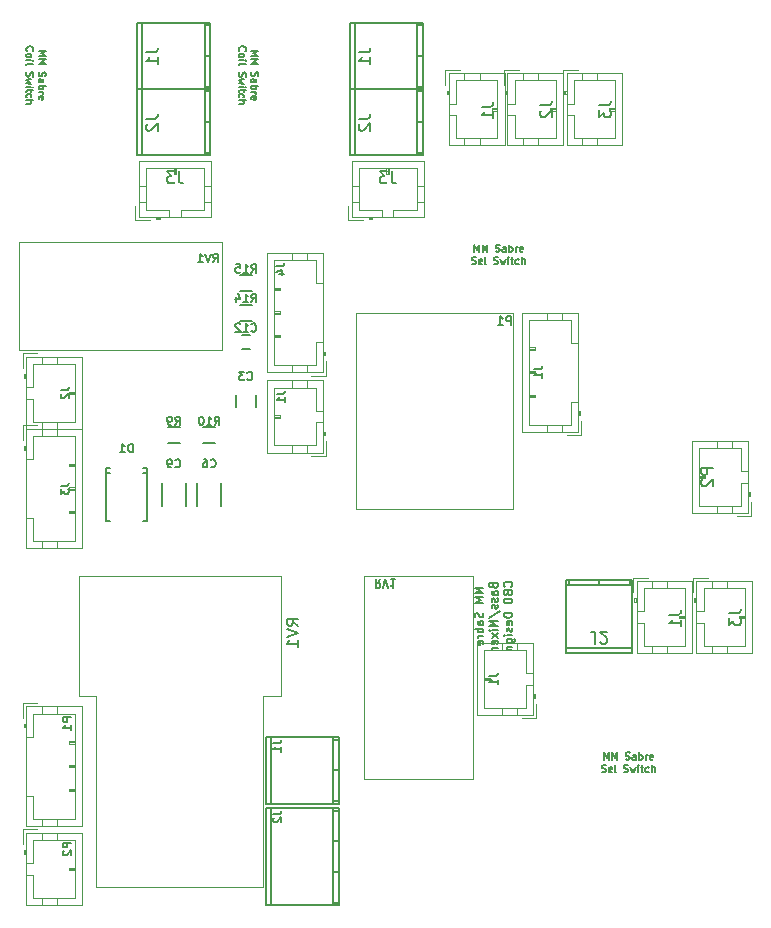
<source format=gbo>
%MOIN*%
%OFA0B0*%
%FSLAX46Y46*%
%IPPOS*%
%LPD*%
%ADD10C,0.0039370078740157488*%
%ADD11C,0.0047244094488188976*%
%ADD12C,0.005905511811023622*%
%ADD23C,0.0039370078740157488*%
%ADD24C,0.0047244094488188976*%
%ADD25C,0.005905511811023622*%
%ADD26C,0.0039370078740157488*%
%ADD27C,0.0047244094488188976*%
%ADD28C,0.005905511811023622*%
%ADD29C,0.0039370078740157488*%
%ADD30C,0.0047244094488188976*%
%ADD31C,0.005905511811023622*%
%ADD32C,0.0039370078740157488*%
%ADD33C,0.005905511811023622*%
%ADD34C,0.0047244094488188976*%
%ADD35C,0.0039370078740157488*%
%ADD36C,0.005905511811023622*%
%ADD37C,0.0047244094488188976*%
%ADD38C,0.0039370078740157488*%
%ADD39C,0.005905511811023622*%
%ADD40C,0.0047244094488188976*%
%ADD41C,0.0039370078740157488*%
%ADD42C,0.006889763779527559*%
%ADD43C,0.0047244094488188976*%
%ADD44C,0.005905511811023622*%
%ADD45C,0.0039370078740157488*%
%ADD46C,0.005905511811023622*%
%ADD47C,0.0047244094488188976*%
G01G01*
D10*
D11*
X0000253937Y0000706692D02*
X0000253937Y0000068897D01*
X0000194881Y0000706692D02*
X0000253937Y0000706692D01*
X0000809055Y0000706692D02*
X0000809055Y0000068897D01*
X0000868110Y0000706692D02*
X0000809055Y0000706692D01*
X0000868110Y0000706692D02*
X0000868110Y0001104330D01*
X0000194881Y0000706692D02*
X0000194488Y0001104724D01*
X0000809055Y0000068897D02*
X0000253937Y0000068897D01*
X0000868503Y0001104724D02*
X0000194488Y0001104724D01*
D12*
X0001043344Y0000347674D02*
X0001043344Y0000568073D01*
X0001062944Y0000560273D02*
X0001043344Y0000560273D01*
X0001043344Y0000355473D02*
X0001062944Y0000355473D01*
X0001062944Y0000457873D02*
X0001043344Y0000457873D01*
X0000834644Y0000568073D02*
X0000834644Y0000347674D01*
X0001062944Y0000568073D02*
X0001062944Y0000347674D01*
X0001062944Y0000347674D02*
X0000818944Y0000347674D01*
X0000818944Y0000347674D02*
X0000818944Y0000568073D01*
X0000818944Y0000568073D02*
X0001062944Y0000568073D01*
X0000818944Y0000009466D02*
X0000818944Y0000332266D01*
X0000834644Y0000009466D02*
X0000834644Y0000332266D01*
X0001043344Y0000009466D02*
X0001043344Y0000332266D01*
X0001062944Y0000332266D02*
X0001062944Y0000009466D01*
X0001043344Y0000119666D02*
X0001062944Y0000119666D01*
X0001062944Y0000324366D02*
X0001043344Y0000324366D01*
X0001043344Y0000017266D02*
X0001062944Y0000017266D01*
X0001062944Y0000221966D02*
X0001043344Y0000221966D01*
X0001062944Y0000009466D02*
X0000818944Y0000009466D01*
X0000818944Y0000332166D02*
X0001062944Y0000332166D01*
D11*
X0000019685Y0000671259D02*
X0000204724Y0000671259D01*
X0000204724Y0000671259D02*
X0000204724Y0000273622D01*
X0000204724Y0000273622D02*
X0000019685Y0000273622D01*
X0000019685Y0000273622D02*
X0000019685Y0000671259D01*
X0000019685Y0000570866D02*
X0000043307Y0000570866D01*
X0000043307Y0000570866D02*
X0000043307Y0000647637D01*
X0000043307Y0000647637D02*
X0000181102Y0000647637D01*
X0000181102Y0000647637D02*
X0000181102Y0000297244D01*
X0000181102Y0000297244D02*
X0000043307Y0000297244D01*
X0000043307Y0000297244D02*
X0000043307Y0000374015D01*
X0000043307Y0000374015D02*
X0000019685Y0000374015D01*
X0000070866Y0000671259D02*
X0000070866Y0000647637D01*
X0000122047Y0000671259D02*
X0000122047Y0000647637D01*
X0000070866Y0000273622D02*
X0000070866Y0000297244D01*
X0000122047Y0000273622D02*
X0000122047Y0000297244D01*
X0000019685Y0000602362D02*
X0000011810Y0000602362D01*
X0000011810Y0000602362D02*
X0000011810Y0000614173D01*
X0000011810Y0000614173D02*
X0000019685Y0000614173D01*
X0000015748Y0000602362D02*
X0000015748Y0000614173D01*
X0000181102Y0000555118D02*
X0000161417Y0000555118D01*
X0000161417Y0000555118D02*
X0000161417Y0000547244D01*
X0000161417Y0000547244D02*
X0000181102Y0000547244D01*
X0000181102Y0000551181D02*
X0000161417Y0000551181D01*
X0000181102Y0000476377D02*
X0000161417Y0000476377D01*
X0000161417Y0000476377D02*
X0000161417Y0000468503D01*
X0000161417Y0000468503D02*
X0000181102Y0000468503D01*
X0000181102Y0000472440D02*
X0000161417Y0000472440D01*
X0000181102Y0000397637D02*
X0000161417Y0000397637D01*
X0000161417Y0000397637D02*
X0000161417Y0000389763D01*
X0000161417Y0000389763D02*
X0000181102Y0000389763D01*
X0000181102Y0000393700D02*
X0000161417Y0000393700D01*
X0000007874Y0000633858D02*
X0000007874Y0000683070D01*
X0000007874Y0000683070D02*
X0000057086Y0000683070D01*
X0000019685Y0000249999D02*
X0000204724Y0000249999D01*
X0000204724Y0000249999D02*
X0000204724Y0000009842D01*
X0000204724Y0000009842D02*
X0000019685Y0000009842D01*
X0000019685Y0000009842D02*
X0000019685Y0000249999D01*
X0000019685Y0000149606D02*
X0000043307Y0000149606D01*
X0000043307Y0000149606D02*
X0000043307Y0000226377D01*
X0000043307Y0000226377D02*
X0000181102Y0000226377D01*
X0000181102Y0000226377D02*
X0000181102Y0000033464D01*
X0000181102Y0000033464D02*
X0000043307Y0000033464D01*
X0000043307Y0000033464D02*
X0000043307Y0000110236D01*
X0000043307Y0000110236D02*
X0000019685Y0000110236D01*
X0000070866Y0000249999D02*
X0000070866Y0000226377D01*
X0000122047Y0000249999D02*
X0000122047Y0000226377D01*
X0000070866Y0000009842D02*
X0000070866Y0000033464D01*
X0000122047Y0000009842D02*
X0000122047Y0000033464D01*
X0000019685Y0000181102D02*
X0000011810Y0000181102D01*
X0000011810Y0000181102D02*
X0000011810Y0000192913D01*
X0000011810Y0000192913D02*
X0000019685Y0000192913D01*
X0000015748Y0000181102D02*
X0000015748Y0000192913D01*
X0000181102Y0000133858D02*
X0000161417Y0000133858D01*
X0000161417Y0000133858D02*
X0000161417Y0000125984D01*
X0000161417Y0000125984D02*
X0000181102Y0000125984D01*
X0000181102Y0000129921D02*
X0000161417Y0000129921D01*
X0000007874Y0000212598D02*
X0000007874Y0000261811D01*
X0000007874Y0000261811D02*
X0000057086Y0000261811D01*
D12*
X0000927259Y0000940757D02*
X0000908511Y0000953880D01*
X0000927259Y0000963254D02*
X0000887888Y0000963254D01*
X0000887888Y0000948256D01*
X0000889763Y0000944506D01*
X0000891638Y0000942632D01*
X0000895388Y0000940757D01*
X0000901012Y0000940757D01*
X0000904761Y0000942632D01*
X0000906636Y0000944506D01*
X0000908511Y0000948256D01*
X0000908511Y0000963254D01*
X0000887888Y0000929508D02*
X0000927259Y0000916385D01*
X0000887888Y0000903262D01*
X0000927259Y0000869516D02*
X0000927259Y0000892013D01*
X0000927259Y0000880764D02*
X0000887888Y0000880764D01*
X0000893513Y0000884514D01*
X0000897262Y0000888263D01*
X0000899137Y0000892013D01*
X0000843175Y0000548556D02*
X0000862860Y0000548556D01*
X0000866797Y0000549868D01*
X0000869422Y0000552493D01*
X0000870734Y0000556430D01*
X0000870734Y0000559055D01*
X0000870734Y0000520997D02*
X0000870734Y0000536745D01*
X0000870734Y0000528871D02*
X0000843175Y0000528871D01*
X0000847112Y0000531496D01*
X0000849737Y0000534120D01*
X0000851049Y0000536745D01*
X0000843175Y0000312335D02*
X0000862860Y0000312335D01*
X0000866797Y0000313648D01*
X0000869422Y0000316272D01*
X0000870734Y0000320209D01*
X0000870734Y0000322834D01*
X0000845800Y0000300524D02*
X0000844488Y0000299212D01*
X0000843175Y0000296587D01*
X0000843175Y0000290026D01*
X0000844488Y0000287401D01*
X0000845800Y0000286089D01*
X0000848425Y0000284776D01*
X0000851049Y0000284776D01*
X0000854986Y0000286089D01*
X0000870734Y0000301837D01*
X0000870734Y0000284776D01*
X0000169947Y0000634514D02*
X0000142388Y0000634514D01*
X0000142388Y0000624015D01*
X0000143700Y0000621391D01*
X0000145013Y0000620078D01*
X0000147637Y0000618766D01*
X0000151574Y0000618766D01*
X0000154199Y0000620078D01*
X0000155511Y0000621391D01*
X0000156824Y0000624015D01*
X0000156824Y0000634514D01*
X0000169947Y0000592519D02*
X0000169947Y0000608267D01*
X0000169947Y0000600393D02*
X0000142388Y0000600393D01*
X0000146325Y0000603018D01*
X0000148950Y0000605642D01*
X0000150262Y0000608267D01*
X0000169947Y0000217191D02*
X0000142388Y0000217191D01*
X0000142388Y0000206692D01*
X0000143700Y0000204068D01*
X0000145013Y0000202755D01*
X0000147637Y0000201443D01*
X0000151574Y0000201443D01*
X0000154199Y0000202755D01*
X0000155511Y0000204068D01*
X0000156824Y0000206692D01*
X0000156824Y0000217191D01*
X0000145013Y0000190944D02*
X0000143700Y0000189632D01*
X0000142388Y0000187007D01*
X0000142388Y0000180446D01*
X0000143700Y0000177821D01*
X0000145013Y0000176509D01*
X0000147637Y0000175196D01*
X0000150262Y0000175196D01*
X0000154199Y0000176509D01*
X0000169947Y0000192257D01*
X0000169947Y0000175196D01*
G04 next file*
G04 #@! TF.FileFunction,Legend,Bot*
G04 Gerber Fmt 4.6, Leading zero omitted, Abs format (unit mm)*
G04 Created by KiCad (PCBNEW 4.0.4-1.fc24-product) date Mon Jun  4 16:00:14 2018*
G01G01*
G04 APERTURE LIST*
G04 APERTURE END LIST*
D23*
D24*
X0000673228Y0001858267D02*
X0000673228Y0002220472D01*
X-0000003936Y0001858267D02*
X-0000003936Y0002220472D01*
X0000673228Y0001858267D02*
X-0000003936Y0001858267D01*
X0000673228Y0002220472D02*
X-0000003936Y0002220472D01*
X0001007873Y0001517716D02*
X0000822834Y0001517716D01*
X0000822834Y0001517716D02*
X0000822834Y0001757874D01*
X0000822834Y0001757874D02*
X0001007873Y0001757874D01*
X0001007873Y0001757874D02*
X0001007873Y0001517716D01*
X0001007873Y0001618110D02*
X0000984251Y0001618110D01*
X0000984251Y0001618110D02*
X0000984251Y0001541338D01*
X0000984251Y0001541338D02*
X0000846456Y0001541338D01*
X0000846456Y0001541338D02*
X0000846456Y0001734251D01*
X0000846456Y0001734251D02*
X0000984251Y0001734251D01*
X0000984251Y0001734251D02*
X0000984251Y0001657480D01*
X0000984251Y0001657480D02*
X0001007873Y0001657480D01*
X0000956692Y0001517716D02*
X0000956692Y0001541338D01*
X0000905511Y0001517716D02*
X0000905511Y0001541338D01*
X0000956692Y0001757874D02*
X0000956692Y0001734251D01*
X0000905511Y0001757874D02*
X0000905511Y0001734251D01*
X0001007873Y0001586614D02*
X0001015748Y0001586614D01*
X0001015748Y0001586614D02*
X0001015748Y0001574803D01*
X0001015748Y0001574803D02*
X0001007873Y0001574803D01*
X0001011810Y0001586614D02*
X0001011810Y0001574803D01*
X0000846456Y0001633858D02*
X0000866141Y0001633858D01*
X0000866141Y0001633858D02*
X0000866141Y0001641732D01*
X0000866141Y0001641732D02*
X0000846456Y0001641732D01*
X0000846456Y0001637795D02*
X0000866141Y0001637795D01*
X0001019685Y0001555118D02*
X0001019685Y0001505905D01*
X0001019685Y0001505905D02*
X0000970472Y0001505905D01*
X0001007873Y0001785433D02*
X0000822834Y0001785433D01*
X0000822834Y0001785433D02*
X0000822834Y0002183070D01*
X0000822834Y0002183070D02*
X0001007873Y0002183070D01*
X0001007873Y0002183070D02*
X0001007873Y0001785433D01*
X0001007873Y0001885826D02*
X0000984251Y0001885826D01*
X0000984251Y0001885826D02*
X0000984251Y0001809055D01*
X0000984251Y0001809055D02*
X0000846456Y0001809055D01*
X0000846456Y0001809055D02*
X0000846456Y0002159448D01*
X0000846456Y0002159448D02*
X0000984251Y0002159448D01*
X0000984251Y0002159448D02*
X0000984251Y0002082677D01*
X0000984251Y0002082677D02*
X0001007873Y0002082677D01*
X0000956692Y0001785433D02*
X0000956692Y0001809055D01*
X0000905511Y0001785433D02*
X0000905511Y0001809055D01*
X0000956692Y0002183070D02*
X0000956692Y0002159448D01*
X0000905511Y0002183070D02*
X0000905511Y0002159448D01*
X0001007873Y0001854330D02*
X0001015748Y0001854330D01*
X0001015748Y0001854330D02*
X0001015748Y0001842519D01*
X0001015748Y0001842519D02*
X0001007873Y0001842519D01*
X0001011810Y0001854330D02*
X0001011810Y0001842519D01*
X0000846456Y0001901574D02*
X0000866141Y0001901574D01*
X0000866141Y0001901574D02*
X0000866141Y0001909448D01*
X0000866141Y0001909448D02*
X0000846456Y0001909448D01*
X0000846456Y0001905511D02*
X0000866141Y0001905511D01*
X0000846456Y0001980314D02*
X0000866141Y0001980314D01*
X0000866141Y0001980314D02*
X0000866141Y0001988188D01*
X0000866141Y0001988188D02*
X0000846456Y0001988188D01*
X0000846456Y0001984251D02*
X0000866141Y0001984251D01*
X0000846456Y0002059055D02*
X0000866141Y0002059055D01*
X0000866141Y0002059055D02*
X0000866141Y0002066929D01*
X0000866141Y0002066929D02*
X0000846456Y0002066929D01*
X0000846456Y0002062992D02*
X0000866141Y0002062992D01*
X0001019685Y0001822834D02*
X0001019685Y0001773622D01*
X0001019685Y0001773622D02*
X0000970472Y0001773622D01*
D25*
X0000423230Y0001448785D02*
X0000409430Y0001448785D01*
X0000285430Y0001448785D02*
X0000299230Y0001448785D01*
X0000423230Y0001289352D02*
X0000409430Y0001289352D01*
X0000423230Y0001466552D02*
X0000409430Y0001466552D01*
X0000285430Y0001466552D02*
X0000299230Y0001466552D01*
X0000285430Y0001289352D02*
X0000299230Y0001289352D01*
X0000423230Y0001466552D02*
X0000423230Y0001289352D01*
X0000285430Y0001466552D02*
X0000285430Y0001289352D01*
D24*
X0000019685Y0001596456D02*
X0000204724Y0001596456D01*
X0000204724Y0001596456D02*
X0000204724Y0001198818D01*
X0000204724Y0001198818D02*
X0000019685Y0001198818D01*
X0000019685Y0001198818D02*
X0000019685Y0001596456D01*
X0000019685Y0001496062D02*
X0000043307Y0001496062D01*
X0000043307Y0001496062D02*
X0000043307Y0001572834D01*
X0000043307Y0001572834D02*
X0000181102Y0001572834D01*
X0000181102Y0001572834D02*
X0000181102Y0001222440D01*
X0000181102Y0001222440D02*
X0000043307Y0001222440D01*
X0000043307Y0001222440D02*
X0000043307Y0001299212D01*
X0000043307Y0001299212D02*
X0000019685Y0001299212D01*
X0000070866Y0001596456D02*
X0000070866Y0001572834D01*
X0000122047Y0001596456D02*
X0000122047Y0001572834D01*
X0000070866Y0001198818D02*
X0000070866Y0001222440D01*
X0000122047Y0001198818D02*
X0000122047Y0001222440D01*
X0000019685Y0001527559D02*
X0000011811Y0001527559D01*
X0000011811Y0001527559D02*
X0000011811Y0001539370D01*
X0000011811Y0001539370D02*
X0000019685Y0001539370D01*
X0000015748Y0001527559D02*
X0000015748Y0001539370D01*
X0000181102Y0001480314D02*
X0000161417Y0001480314D01*
X0000161417Y0001480314D02*
X0000161417Y0001472440D01*
X0000161417Y0001472440D02*
X0000181102Y0001472440D01*
X0000181102Y0001476377D02*
X0000161417Y0001476377D01*
X0000181102Y0001401574D02*
X0000161417Y0001401574D01*
X0000161417Y0001401574D02*
X0000161417Y0001393700D01*
X0000161417Y0001393700D02*
X0000181102Y0001393700D01*
X0000181102Y0001397637D02*
X0000161417Y0001397637D01*
X0000181102Y0001322834D02*
X0000161417Y0001322834D01*
X0000161417Y0001322834D02*
X0000161417Y0001314960D01*
X0000161417Y0001314960D02*
X0000181102Y0001314960D01*
X0000181102Y0001318897D02*
X0000161417Y0001318897D01*
X0000007873Y0001559055D02*
X0000007873Y0001608267D01*
X0000007873Y0001608267D02*
X0000057086Y0001608267D01*
D25*
X0000718503Y0001669291D02*
X0000718503Y0001708661D01*
X0000785433Y0001708661D02*
X0000785433Y0001669291D01*
X0000765747Y0001909448D02*
X0000738188Y0001909448D01*
X0000738188Y0001862204D02*
X0000765747Y0001862204D01*
X0000531496Y0001601377D02*
X0000492125Y0001601377D01*
X0000492125Y0001548228D02*
X0000531496Y0001548228D01*
X0000649606Y0001601377D02*
X0000610236Y0001601377D01*
X0000610236Y0001548228D02*
X0000649606Y0001548228D01*
X0000732283Y0001957677D02*
X0000771653Y0001957677D01*
X0000771653Y0002010826D02*
X0000732283Y0002010826D01*
X0000771653Y0002109251D02*
X0000732283Y0002109251D01*
X0000732283Y0002056102D02*
X0000771653Y0002056102D01*
X0000589566Y0001338582D02*
X0000589566Y0001417322D01*
X0000670275Y0001417322D02*
X0000670275Y0001338582D01*
X0000471456Y0001338582D02*
X0000471456Y0001417322D01*
X0000552165Y0001417322D02*
X0000552165Y0001338582D01*
D24*
X0000019685Y0001836614D02*
X0000204724Y0001836614D01*
X0000204724Y0001836614D02*
X0000204724Y0001596456D01*
X0000204724Y0001596456D02*
X0000019685Y0001596456D01*
X0000019685Y0001596456D02*
X0000019685Y0001836614D01*
X0000019685Y0001736220D02*
X0000043307Y0001736220D01*
X0000043307Y0001736220D02*
X0000043307Y0001812992D01*
X0000043307Y0001812992D02*
X0000181102Y0001812992D01*
X0000181102Y0001812992D02*
X0000181102Y0001620078D01*
X0000181102Y0001620078D02*
X0000043307Y0001620078D01*
X0000043307Y0001620078D02*
X0000043307Y0001696850D01*
X0000043307Y0001696850D02*
X0000019685Y0001696850D01*
X0000070866Y0001836614D02*
X0000070866Y0001812992D01*
X0000122047Y0001836614D02*
X0000122047Y0001812992D01*
X0000070866Y0001596456D02*
X0000070866Y0001620078D01*
X0000122047Y0001596456D02*
X0000122047Y0001620078D01*
X0000019685Y0001767716D02*
X0000011811Y0001767716D01*
X0000011811Y0001767716D02*
X0000011811Y0001779527D01*
X0000011811Y0001779527D02*
X0000019685Y0001779527D01*
X0000015748Y0001767716D02*
X0000015748Y0001779527D01*
X0000181102Y0001720472D02*
X0000161417Y0001720472D01*
X0000161417Y0001720472D02*
X0000161417Y0001712598D01*
X0000161417Y0001712598D02*
X0000181102Y0001712598D01*
X0000181102Y0001716535D02*
X0000161417Y0001716535D01*
X0000007873Y0001799212D02*
X0000007873Y0001848425D01*
X0000007873Y0001848425D02*
X0000057086Y0001848425D01*
D25*
X0000642388Y0002152887D02*
X0000651574Y0002166010D01*
X0000658136Y0002152887D02*
X0000658136Y0002180446D01*
X0000647637Y0002180446D01*
X0000645013Y0002179133D01*
X0000643700Y0002177821D01*
X0000642388Y0002175196D01*
X0000642388Y0002171259D01*
X0000643700Y0002168635D01*
X0000645013Y0002167322D01*
X0000647637Y0002166010D01*
X0000658136Y0002166010D01*
X0000634514Y0002180446D02*
X0000625328Y0002152887D01*
X0000616141Y0002180446D01*
X0000592519Y0002152887D02*
X0000608267Y0002152887D01*
X0000600393Y0002152887D02*
X0000600393Y0002180446D01*
X0000603018Y0002176509D01*
X0000605642Y0002173884D01*
X0000608267Y0002172572D01*
X0000854986Y0001713910D02*
X0000874671Y0001713910D01*
X0000878608Y0001715223D01*
X0000881233Y0001717847D01*
X0000882545Y0001721784D01*
X0000882545Y0001724409D01*
X0000882545Y0001686351D02*
X0000882545Y0001702099D01*
X0000882545Y0001694225D02*
X0000854986Y0001694225D01*
X0000858923Y0001696850D01*
X0000861548Y0001699475D01*
X0000862860Y0001702099D01*
X0000853018Y0002139107D02*
X0000872703Y0002139107D01*
X0000876640Y0002140419D01*
X0000879265Y0002143044D01*
X0000880577Y0002146981D01*
X0000880577Y0002149606D01*
X0000862204Y0002114173D02*
X0000880577Y0002114173D01*
X0000851705Y0002120734D02*
X0000871391Y0002127296D01*
X0000871391Y0002110236D01*
X0000374671Y0001519028D02*
X0000374671Y0001546587D01*
X0000368110Y0001546587D01*
X0000364173Y0001545275D01*
X0000361548Y0001542650D01*
X0000360236Y0001540026D01*
X0000358923Y0001534776D01*
X0000358923Y0001530839D01*
X0000360236Y0001525590D01*
X0000361548Y0001522965D01*
X0000364173Y0001520341D01*
X0000368110Y0001519028D01*
X0000374671Y0001519028D01*
X0000332677Y0001519028D02*
X0000348425Y0001519028D01*
X0000340551Y0001519028D02*
X0000340551Y0001546587D01*
X0000343175Y0001542650D01*
X0000345800Y0001540026D01*
X0000348425Y0001538713D01*
X0000134514Y0001406824D02*
X0000154199Y0001406824D01*
X0000158136Y0001408136D01*
X0000160761Y0001410761D01*
X0000162073Y0001414698D01*
X0000162073Y0001417322D01*
X0000134514Y0001396325D02*
X0000134514Y0001379265D01*
X0000145013Y0001388451D01*
X0000145013Y0001384514D01*
X0000146325Y0001381889D01*
X0000147637Y0001380577D01*
X0000150262Y0001379265D01*
X0000156824Y0001379265D01*
X0000159448Y0001380577D01*
X0000160761Y0001381889D01*
X0000162073Y0001384514D01*
X0000162073Y0001392388D01*
X0000160761Y0001395013D01*
X0000159448Y0001396325D01*
X0000756561Y0001761811D02*
X0000757874Y0001760498D01*
X0000761810Y0001759186D01*
X0000764435Y0001759186D01*
X0000768372Y0001760498D01*
X0000770997Y0001763123D01*
X0000772309Y0001765747D01*
X0000773622Y0001770997D01*
X0000773622Y0001774934D01*
X0000772309Y0001780183D01*
X0000770997Y0001782808D01*
X0000768372Y0001785433D01*
X0000764435Y0001786745D01*
X0000761810Y0001786745D01*
X0000757874Y0001785433D01*
X0000756561Y0001784120D01*
X0000747375Y0001786745D02*
X0000730314Y0001786745D01*
X0000739501Y0001776246D01*
X0000735564Y0001776246D01*
X0000732939Y0001774934D01*
X0000731627Y0001773622D01*
X0000730314Y0001770997D01*
X0000730314Y0001764435D01*
X0000731627Y0001761811D01*
X0000732939Y0001760498D01*
X0000735564Y0001759186D01*
X0000743438Y0001759186D01*
X0000746062Y0001760498D01*
X0000747375Y0001761811D01*
X0000769685Y0001923228D02*
X0000770997Y0001921915D01*
X0000774934Y0001920603D01*
X0000777559Y0001920603D01*
X0000781496Y0001921915D01*
X0000784120Y0001924540D01*
X0000785433Y0001927165D01*
X0000786745Y0001932414D01*
X0000786745Y0001936351D01*
X0000785433Y0001941601D01*
X0000784120Y0001944225D01*
X0000781496Y0001946850D01*
X0000777559Y0001948162D01*
X0000774934Y0001948162D01*
X0000770997Y0001946850D01*
X0000769685Y0001945538D01*
X0000743438Y0001920603D02*
X0000759186Y0001920603D01*
X0000751312Y0001920603D02*
X0000751312Y0001948162D01*
X0000753937Y0001944225D01*
X0000756561Y0001941601D01*
X0000759186Y0001940288D01*
X0000732939Y0001945538D02*
X0000731627Y0001946850D01*
X0000729002Y0001948162D01*
X0000722440Y0001948162D01*
X0000719816Y0001946850D01*
X0000718503Y0001945538D01*
X0000717191Y0001942913D01*
X0000717191Y0001940288D01*
X0000718503Y0001936351D01*
X0000734251Y0001920603D01*
X0000717191Y0001920603D01*
X0000516404Y0001609580D02*
X0000525590Y0001622703D01*
X0000532152Y0001609580D02*
X0000532152Y0001637139D01*
X0000521653Y0001637139D01*
X0000519028Y0001635826D01*
X0000517716Y0001634514D01*
X0000516404Y0001631889D01*
X0000516404Y0001627952D01*
X0000517716Y0001625328D01*
X0000519028Y0001624015D01*
X0000521653Y0001622703D01*
X0000532152Y0001622703D01*
X0000503280Y0001609580D02*
X0000498031Y0001609580D01*
X0000495406Y0001610892D01*
X0000494094Y0001612204D01*
X0000491469Y0001616141D01*
X0000490157Y0001621391D01*
X0000490157Y0001631889D01*
X0000491469Y0001634514D01*
X0000492782Y0001635826D01*
X0000495406Y0001637139D01*
X0000500656Y0001637139D01*
X0000503280Y0001635826D01*
X0000504593Y0001634514D01*
X0000505905Y0001631889D01*
X0000505905Y0001625328D01*
X0000504593Y0001622703D01*
X0000503280Y0001621391D01*
X0000500656Y0001620078D01*
X0000495406Y0001620078D01*
X0000492782Y0001621391D01*
X0000491469Y0001622703D01*
X0000490157Y0001625328D01*
X0000647637Y0001609580D02*
X0000656824Y0001622703D01*
X0000663385Y0001609580D02*
X0000663385Y0001637139D01*
X0000652887Y0001637139D01*
X0000650262Y0001635826D01*
X0000648950Y0001634514D01*
X0000647637Y0001631889D01*
X0000647637Y0001627952D01*
X0000648950Y0001625328D01*
X0000650262Y0001624015D01*
X0000652887Y0001622703D01*
X0000663385Y0001622703D01*
X0000621391Y0001609580D02*
X0000637139Y0001609580D01*
X0000629265Y0001609580D02*
X0000629265Y0001637139D01*
X0000631889Y0001633202D01*
X0000634514Y0001630577D01*
X0000637139Y0001629265D01*
X0000604330Y0001637139D02*
X0000601705Y0001637139D01*
X0000599081Y0001635826D01*
X0000597769Y0001634514D01*
X0000596456Y0001631889D01*
X0000595144Y0001626640D01*
X0000595144Y0001620078D01*
X0000596456Y0001614829D01*
X0000597769Y0001612204D01*
X0000599081Y0001610892D01*
X0000601705Y0001609580D01*
X0000604330Y0001609580D01*
X0000606955Y0001610892D01*
X0000608267Y0001612204D01*
X0000609580Y0001614829D01*
X0000610892Y0001620078D01*
X0000610892Y0001626640D01*
X0000609580Y0001631889D01*
X0000608267Y0001634514D01*
X0000606955Y0001635826D01*
X0000604330Y0001637139D01*
X0000769685Y0002019028D02*
X0000778871Y0002032152D01*
X0000785433Y0002019028D02*
X0000785433Y0002046587D01*
X0000774934Y0002046587D01*
X0000772309Y0002045275D01*
X0000770997Y0002043963D01*
X0000769685Y0002041338D01*
X0000769685Y0002037401D01*
X0000770997Y0002034776D01*
X0000772309Y0002033464D01*
X0000774934Y0002032152D01*
X0000785433Y0002032152D01*
X0000743438Y0002019028D02*
X0000759186Y0002019028D01*
X0000751312Y0002019028D02*
X0000751312Y0002046587D01*
X0000753937Y0002042650D01*
X0000756561Y0002040026D01*
X0000759186Y0002038713D01*
X0000719816Y0002037401D02*
X0000719816Y0002019028D01*
X0000726377Y0002047900D02*
X0000732939Y0002028215D01*
X0000715879Y0002028215D01*
X0000769685Y0002117454D02*
X0000778871Y0002130577D01*
X0000785433Y0002117454D02*
X0000785433Y0002145013D01*
X0000774934Y0002145013D01*
X0000772309Y0002143700D01*
X0000770997Y0002142388D01*
X0000769685Y0002139763D01*
X0000769685Y0002135826D01*
X0000770997Y0002133202D01*
X0000772309Y0002131889D01*
X0000774934Y0002130577D01*
X0000785433Y0002130577D01*
X0000743438Y0002117454D02*
X0000759186Y0002117454D01*
X0000751312Y0002117454D02*
X0000751312Y0002145013D01*
X0000753937Y0002141076D01*
X0000756561Y0002138451D01*
X0000759186Y0002137139D01*
X0000718503Y0002145013D02*
X0000731627Y0002145013D01*
X0000732939Y0002131889D01*
X0000731627Y0002133202D01*
X0000729002Y0002134514D01*
X0000722440Y0002134514D01*
X0000719816Y0002133202D01*
X0000718503Y0002131889D01*
X0000717191Y0002129265D01*
X0000717191Y0002122703D01*
X0000718503Y0002120078D01*
X0000719816Y0002118766D01*
X0000722440Y0002117454D01*
X0000729002Y0002117454D01*
X0000731627Y0002118766D01*
X0000732939Y0002120078D01*
X0000634514Y0001470472D02*
X0000635826Y0001469160D01*
X0000639763Y0001467847D01*
X0000642388Y0001467847D01*
X0000646325Y0001469160D01*
X0000648950Y0001471784D01*
X0000650262Y0001474409D01*
X0000651574Y0001479658D01*
X0000651574Y0001483595D01*
X0000650262Y0001488845D01*
X0000648950Y0001491469D01*
X0000646325Y0001494094D01*
X0000642388Y0001495406D01*
X0000639763Y0001495406D01*
X0000635826Y0001494094D01*
X0000634514Y0001492782D01*
X0000610892Y0001495406D02*
X0000616141Y0001495406D01*
X0000618766Y0001494094D01*
X0000620078Y0001492782D01*
X0000622703Y0001488845D01*
X0000624015Y0001483595D01*
X0000624015Y0001473097D01*
X0000622703Y0001470472D01*
X0000621391Y0001469160D01*
X0000618766Y0001467847D01*
X0000613517Y0001467847D01*
X0000610892Y0001469160D01*
X0000609580Y0001470472D01*
X0000608267Y0001473097D01*
X0000608267Y0001479658D01*
X0000609580Y0001482283D01*
X0000610892Y0001483595D01*
X0000613517Y0001484908D01*
X0000618766Y0001484908D01*
X0000621391Y0001483595D01*
X0000622703Y0001482283D01*
X0000624015Y0001479658D01*
X0000516404Y0001470472D02*
X0000517716Y0001469160D01*
X0000521653Y0001467847D01*
X0000524278Y0001467847D01*
X0000528215Y0001469160D01*
X0000530839Y0001471784D01*
X0000532152Y0001474409D01*
X0000533464Y0001479658D01*
X0000533464Y0001483595D01*
X0000532152Y0001488845D01*
X0000530839Y0001491469D01*
X0000528215Y0001494094D01*
X0000524278Y0001495406D01*
X0000521653Y0001495406D01*
X0000517716Y0001494094D01*
X0000516404Y0001492782D01*
X0000503280Y0001467847D02*
X0000498031Y0001467847D01*
X0000495406Y0001469160D01*
X0000494094Y0001470472D01*
X0000491469Y0001474409D01*
X0000490157Y0001479658D01*
X0000490157Y0001490157D01*
X0000491469Y0001492782D01*
X0000492782Y0001494094D01*
X0000495406Y0001495406D01*
X0000500656Y0001495406D01*
X0000503280Y0001494094D01*
X0000504593Y0001492782D01*
X0000505905Y0001490157D01*
X0000505905Y0001483595D01*
X0000504593Y0001480971D01*
X0000503280Y0001479658D01*
X0000500656Y0001478346D01*
X0000495406Y0001478346D01*
X0000492782Y0001479658D01*
X0000491469Y0001480971D01*
X0000490157Y0001483595D01*
X0000134514Y0001725721D02*
X0000154199Y0001725721D01*
X0000158136Y0001727034D01*
X0000160761Y0001729658D01*
X0000162073Y0001733595D01*
X0000162073Y0001736220D01*
X0000137139Y0001713910D02*
X0000135826Y0001712598D01*
X0000134514Y0001709973D01*
X0000134514Y0001703412D01*
X0000135826Y0001700787D01*
X0000137139Y0001699475D01*
X0000139763Y0001698162D01*
X0000142388Y0001698162D01*
X0000146325Y0001699475D01*
X0000162073Y0001715223D01*
X0000162073Y0001698162D01*
G04 next file*
G04 #@! TF.FileFunction,Legend,Bot*
G04 Gerber Fmt 4.6, Leading zero omitted, Abs format (unit mm)*
G04 Created by KiCad (PCBNEW 4.0.7) date 06/05/18 10:39:03*
G01G01*
G04 APERTURE LIST*
G04 APERTURE END LIST*
D26*
D27*
X0001858267Y0001586614D02*
X0001673228Y0001586614D01*
X0001673228Y0001586614D02*
X0001673228Y0001984251D01*
X0001673228Y0001984251D02*
X0001858267Y0001984251D01*
X0001858267Y0001984251D02*
X0001858267Y0001586614D01*
X0001858267Y0001687007D02*
X0001834645Y0001687007D01*
X0001834645Y0001687007D02*
X0001834645Y0001610236D01*
X0001834645Y0001610236D02*
X0001696850Y0001610236D01*
X0001696850Y0001610236D02*
X0001696850Y0001960629D01*
X0001696850Y0001960629D02*
X0001834645Y0001960629D01*
X0001834645Y0001960629D02*
X0001834645Y0001883858D01*
X0001834645Y0001883858D02*
X0001858267Y0001883858D01*
X0001807086Y0001586614D02*
X0001807086Y0001610236D01*
X0001755905Y0001586614D02*
X0001755905Y0001610236D01*
X0001807086Y0001984251D02*
X0001807086Y0001960629D01*
X0001755905Y0001984251D02*
X0001755905Y0001960629D01*
X0001858267Y0001655511D02*
X0001866141Y0001655511D01*
X0001866141Y0001655511D02*
X0001866141Y0001643700D01*
X0001866141Y0001643700D02*
X0001858267Y0001643700D01*
X0001862204Y0001655511D02*
X0001862204Y0001643700D01*
X0001696850Y0001702755D02*
X0001716535Y0001702755D01*
X0001716535Y0001702755D02*
X0001716535Y0001710629D01*
X0001716535Y0001710629D02*
X0001696850Y0001710629D01*
X0001696850Y0001706692D02*
X0001716535Y0001706692D01*
X0001696850Y0001781496D02*
X0001716535Y0001781496D01*
X0001716535Y0001781496D02*
X0001716535Y0001789370D01*
X0001716535Y0001789370D02*
X0001696850Y0001789370D01*
X0001696850Y0001785433D02*
X0001716535Y0001785433D01*
X0001696850Y0001860236D02*
X0001716535Y0001860236D01*
X0001716535Y0001860236D02*
X0001716535Y0001868110D01*
X0001716535Y0001868110D02*
X0001696850Y0001868110D01*
X0001696850Y0001864173D02*
X0001716535Y0001864173D01*
X0001870078Y0001624015D02*
X0001870078Y0001574803D01*
X0001870078Y0001574803D02*
X0001820866Y0001574803D01*
X0001643700Y0001328346D02*
X0001643700Y0001982677D01*
X0001119685Y0001328346D02*
X0001119685Y0001982677D01*
X0001643700Y0001328346D02*
X0001119685Y0001328346D01*
X0001643700Y0001982677D02*
X0001119685Y0001982677D01*
D28*
X0001713254Y0001794619D02*
X0001732939Y0001794619D01*
X0001736876Y0001795931D01*
X0001739501Y0001798556D01*
X0001740813Y0001802493D01*
X0001740813Y0001805118D01*
X0001740813Y0001767060D02*
X0001740813Y0001782808D01*
X0001740813Y0001774934D02*
X0001713254Y0001774934D01*
X0001717191Y0001777559D01*
X0001719816Y0001780183D01*
X0001721128Y0001782808D01*
X0001634514Y0001944225D02*
X0001634514Y0001971784D01*
X0001624015Y0001971784D01*
X0001621391Y0001970472D01*
X0001620078Y0001969160D01*
X0001618766Y0001966535D01*
X0001618766Y0001962598D01*
X0001620078Y0001959973D01*
X0001621391Y0001958661D01*
X0001624015Y0001957349D01*
X0001634514Y0001957349D01*
X0001592519Y0001944225D02*
X0001608267Y0001944225D01*
X0001600393Y0001944225D02*
X0001600393Y0001971784D01*
X0001603018Y0001967847D01*
X0001605643Y0001965223D01*
X0001608267Y0001963910D01*
G04 next file*
G04 #@! TF.FileFunction,Legend,Bot*
G04 Gerber Fmt 4.6, Leading zero omitted, Abs format (unit mm)*
G04 Created by KiCad (PCBNEW 4.0.7) date 06/05/18 11:02:08*
G01G01*
G04 APERTURE LIST*
G04 APERTURE END LIST*
D29*
D30*
X0002425196Y0001316929D02*
X0002240157Y0001316929D01*
X0002240157Y0001316929D02*
X0002240157Y0001557086D01*
X0002240157Y0001557086D02*
X0002425196Y0001557086D01*
X0002425196Y0001557086D02*
X0002425196Y0001316929D01*
X0002425196Y0001417322D02*
X0002401574Y0001417322D01*
X0002401574Y0001417322D02*
X0002401574Y0001340551D01*
X0002401574Y0001340551D02*
X0002263779Y0001340551D01*
X0002263779Y0001340551D02*
X0002263779Y0001533464D01*
X0002263779Y0001533464D02*
X0002401574Y0001533464D01*
X0002401574Y0001533464D02*
X0002401574Y0001456692D01*
X0002401574Y0001456692D02*
X0002425196Y0001456692D01*
X0002374015Y0001316929D02*
X0002374015Y0001340551D01*
X0002322834Y0001316929D02*
X0002322834Y0001340551D01*
X0002374015Y0001557086D02*
X0002374015Y0001533464D01*
X0002322834Y0001557086D02*
X0002322834Y0001533464D01*
X0002425196Y0001385826D02*
X0002433070Y0001385826D01*
X0002433070Y0001385826D02*
X0002433070Y0001374015D01*
X0002433070Y0001374015D02*
X0002425196Y0001374015D01*
X0002429133Y0001385826D02*
X0002429133Y0001374015D01*
X0002263779Y0001433070D02*
X0002283464Y0001433070D01*
X0002283464Y0001433070D02*
X0002283464Y0001440944D01*
X0002283464Y0001440944D02*
X0002263779Y0001440944D01*
X0002263779Y0001437007D02*
X0002283464Y0001437007D01*
X0002437007Y0001354330D02*
X0002437007Y0001305118D01*
X0002437007Y0001305118D02*
X0002387795Y0001305118D01*
D31*
X0002309105Y0001465924D02*
X0002269735Y0001465924D01*
X0002269735Y0001450926D01*
X0002271610Y0001447177D01*
X0002273485Y0001445302D01*
X0002277234Y0001443427D01*
X0002282858Y0001443427D01*
X0002286608Y0001445302D01*
X0002288483Y0001447177D01*
X0002290357Y0001450926D01*
X0002290357Y0001465924D01*
X0002273485Y0001428429D02*
X0002271610Y0001426554D01*
X0002269735Y0001422805D01*
X0002269735Y0001413431D01*
X0002271610Y0001409682D01*
X0002273485Y0001407807D01*
X0002277234Y0001405932D01*
X0002280984Y0001405932D01*
X0002286608Y0001407807D01*
X0002309105Y0001430304D01*
X0002309105Y0001405932D01*
G04 next file*
G04 #@! TF.FileFunction,Legend,Bot*
G04 Gerber Fmt 4.6, Leading zero omitted, Abs format (unit mm)*
G04 Created by KiCad (PCBNEW 4.0.7) date 06/06/18 08:32:26*
G01G01*
G04 APERTURE LIST*
G04 APERTURE END LIST*
D32*
D33*
X0000769825Y0002856017D02*
X0000793447Y0002856017D01*
X0000776574Y0002848143D01*
X0000793447Y0002840269D01*
X0000769825Y0002840269D01*
X0000769825Y0002829021D02*
X0000793447Y0002829021D01*
X0000776574Y0002821147D01*
X0000793447Y0002813273D01*
X0000769825Y0002813273D01*
X0000770950Y0002785151D02*
X0000769825Y0002781777D01*
X0000769825Y0002776152D01*
X0000770950Y0002773903D01*
X0000772075Y0002772778D01*
X0000774325Y0002771653D01*
X0000776574Y0002771653D01*
X0000778824Y0002772778D01*
X0000779949Y0002773903D01*
X0000781074Y0002776152D01*
X0000782199Y0002780652D01*
X0000783323Y0002782902D01*
X0000784448Y0002784027D01*
X0000786698Y0002785151D01*
X0000788948Y0002785151D01*
X0000791197Y0002784027D01*
X0000792322Y0002782902D01*
X0000793447Y0002780652D01*
X0000793447Y0002775028D01*
X0000792322Y0002771653D01*
X0000769825Y0002751406D02*
X0000782199Y0002751406D01*
X0000784448Y0002752530D01*
X0000785573Y0002754780D01*
X0000785573Y0002759280D01*
X0000784448Y0002761529D01*
X0000770950Y0002751406D02*
X0000769825Y0002753655D01*
X0000769825Y0002759280D01*
X0000770950Y0002761529D01*
X0000773200Y0002762654D01*
X0000775449Y0002762654D01*
X0000777699Y0002761529D01*
X0000778824Y0002759280D01*
X0000778824Y0002753655D01*
X0000779949Y0002751406D01*
X0000769825Y0002740157D02*
X0000793447Y0002740157D01*
X0000784448Y0002740157D02*
X0000785573Y0002737907D01*
X0000785573Y0002733408D01*
X0000784448Y0002731158D01*
X0000783323Y0002730033D01*
X0000781074Y0002728908D01*
X0000774325Y0002728908D01*
X0000772075Y0002730033D01*
X0000770950Y0002731158D01*
X0000769825Y0002733408D01*
X0000769825Y0002737907D01*
X0000770950Y0002740157D01*
X0000769825Y0002718785D02*
X0000785573Y0002718785D01*
X0000781074Y0002718785D02*
X0000783323Y0002717660D01*
X0000784448Y0002716535D01*
X0000785573Y0002714285D01*
X0000785573Y0002712035D01*
X0000770950Y0002695163D02*
X0000769825Y0002697412D01*
X0000769825Y0002701912D01*
X0000770950Y0002704161D01*
X0000773200Y0002705286D01*
X0000782199Y0002705286D01*
X0000784448Y0002704161D01*
X0000785573Y0002701912D01*
X0000785573Y0002697412D01*
X0000784448Y0002695163D01*
X0000782199Y0002694038D01*
X0000779949Y0002694038D01*
X0000777699Y0002705286D01*
X0000730736Y0002856580D02*
X0000729611Y0002857705D01*
X0000728487Y0002861079D01*
X0000728487Y0002863329D01*
X0000729611Y0002866704D01*
X0000731861Y0002868953D01*
X0000734111Y0002870078D01*
X0000738610Y0002871203D01*
X0000741985Y0002871203D01*
X0000746484Y0002870078D01*
X0000748734Y0002868953D01*
X0000750984Y0002866704D01*
X0000752109Y0002863329D01*
X0000752109Y0002861079D01*
X0000750984Y0002857705D01*
X0000749859Y0002856580D01*
X0000728487Y0002843082D02*
X0000729611Y0002845331D01*
X0000730736Y0002846456D01*
X0000732986Y0002847581D01*
X0000739735Y0002847581D01*
X0000741985Y0002846456D01*
X0000743110Y0002845331D01*
X0000744235Y0002843082D01*
X0000744235Y0002839707D01*
X0000743110Y0002837457D01*
X0000741985Y0002836332D01*
X0000739735Y0002835208D01*
X0000732986Y0002835208D01*
X0000730736Y0002836332D01*
X0000729611Y0002837457D01*
X0000728487Y0002839707D01*
X0000728487Y0002843082D01*
X0000728487Y0002825084D02*
X0000744235Y0002825084D01*
X0000752109Y0002825084D02*
X0000750984Y0002826209D01*
X0000749859Y0002825084D01*
X0000750984Y0002823959D01*
X0000752109Y0002825084D01*
X0000749859Y0002825084D01*
X0000728487Y0002810461D02*
X0000729611Y0002812710D01*
X0000731861Y0002813835D01*
X0000752109Y0002813835D01*
X0000729611Y0002784589D02*
X0000728487Y0002781214D01*
X0000728487Y0002775590D01*
X0000729611Y0002773340D01*
X0000730736Y0002772215D01*
X0000732986Y0002771091D01*
X0000735236Y0002771091D01*
X0000737485Y0002772215D01*
X0000738610Y0002773340D01*
X0000739735Y0002775590D01*
X0000740860Y0002780090D01*
X0000741985Y0002782339D01*
X0000743110Y0002783464D01*
X0000745359Y0002784589D01*
X0000747609Y0002784589D01*
X0000749859Y0002783464D01*
X0000750984Y0002782339D01*
X0000752109Y0002780090D01*
X0000752109Y0002774465D01*
X0000750984Y0002771091D01*
X0000744235Y0002763217D02*
X0000728487Y0002758717D01*
X0000739735Y0002754218D01*
X0000728487Y0002749718D01*
X0000744235Y0002745219D01*
X0000728487Y0002736220D02*
X0000744235Y0002736220D01*
X0000752109Y0002736220D02*
X0000750984Y0002737345D01*
X0000749859Y0002736220D01*
X0000750984Y0002735095D01*
X0000752109Y0002736220D01*
X0000749859Y0002736220D01*
X0000744235Y0002728346D02*
X0000744235Y0002719347D01*
X0000752109Y0002724971D02*
X0000731861Y0002724971D01*
X0000729611Y0002723847D01*
X0000728487Y0002721597D01*
X0000728487Y0002719347D01*
X0000729611Y0002701349D02*
X0000728487Y0002703599D01*
X0000728487Y0002708099D01*
X0000729611Y0002710348D01*
X0000730736Y0002711473D01*
X0000732986Y0002712598D01*
X0000739735Y0002712598D01*
X0000741985Y0002711473D01*
X0000743110Y0002710348D01*
X0000744235Y0002708099D01*
X0000744235Y0002703599D01*
X0000743110Y0002701349D01*
X0000728487Y0002691226D02*
X0000752109Y0002691226D01*
X0000728487Y0002681102D02*
X0000740860Y0002681102D01*
X0000743110Y0002682227D01*
X0000744235Y0002684476D01*
X0000744235Y0002687851D01*
X0000743110Y0002690101D01*
X0000741985Y0002691226D01*
X0001322872Y0002729563D02*
X0001322872Y0002949963D01*
X0001342472Y0002942163D02*
X0001322872Y0002942163D01*
X0001322872Y0002737363D02*
X0001342472Y0002737363D01*
X0001342472Y0002839763D02*
X0001322872Y0002839763D01*
X0001114172Y0002949963D02*
X0001114172Y0002729563D01*
X0001342472Y0002949963D02*
X0001342472Y0002729563D01*
X0001342472Y0002729563D02*
X0001098472Y0002729563D01*
X0001098472Y0002729563D02*
X0001098472Y0002949963D01*
X0001098472Y0002949963D02*
X0001342472Y0002949963D01*
X0001322872Y0002509091D02*
X0001322872Y0002729491D01*
X0001342472Y0002721691D02*
X0001322872Y0002721691D01*
X0001322872Y0002516891D02*
X0001342472Y0002516891D01*
X0001342472Y0002619291D02*
X0001322872Y0002619291D01*
X0001114172Y0002729491D02*
X0001114172Y0002509091D01*
X0001342472Y0002729491D02*
X0001342472Y0002509091D01*
X0001342472Y0002509091D02*
X0001098472Y0002509091D01*
X0001098472Y0002509091D02*
X0001098472Y0002729491D01*
X0001098472Y0002729491D02*
X0001342472Y0002729491D01*
D34*
X0001104330Y0002303149D02*
X0001104330Y0002488188D01*
X0001104330Y0002488188D02*
X0001344488Y0002488188D01*
X0001344488Y0002488188D02*
X0001344488Y0002303149D01*
X0001344488Y0002303149D02*
X0001104330Y0002303149D01*
X0001204724Y0002303149D02*
X0001204724Y0002326771D01*
X0001204724Y0002326771D02*
X0001127952Y0002326771D01*
X0001127952Y0002326771D02*
X0001127952Y0002464566D01*
X0001127952Y0002464566D02*
X0001320866Y0002464566D01*
X0001320866Y0002464566D02*
X0001320866Y0002326771D01*
X0001320866Y0002326771D02*
X0001244094Y0002326771D01*
X0001244094Y0002326771D02*
X0001244094Y0002303149D01*
X0001104330Y0002354330D02*
X0001127952Y0002354330D01*
X0001104330Y0002405511D02*
X0001127952Y0002405511D01*
X0001344488Y0002354330D02*
X0001320866Y0002354330D01*
X0001344488Y0002405511D02*
X0001320866Y0002405511D01*
X0001173228Y0002303149D02*
X0001173228Y0002295275D01*
X0001173228Y0002295275D02*
X0001161417Y0002295275D01*
X0001161417Y0002295275D02*
X0001161417Y0002303149D01*
X0001173228Y0002299212D02*
X0001161417Y0002299212D01*
X0001220472Y0002464566D02*
X0001220472Y0002444881D01*
X0001220472Y0002444881D02*
X0001228346Y0002444881D01*
X0001228346Y0002444881D02*
X0001228346Y0002464566D01*
X0001224409Y0002464566D02*
X0001224409Y0002444881D01*
X0001141732Y0002291338D02*
X0001092519Y0002291338D01*
X0001092519Y0002291338D02*
X0001092519Y0002340551D01*
D33*
X0001128046Y0002851706D02*
X0001156167Y0002851706D01*
X0001161792Y0002853580D01*
X0001165541Y0002857330D01*
X0001167416Y0002862954D01*
X0001167416Y0002866704D01*
X0001167416Y0002812335D02*
X0001167416Y0002834833D01*
X0001167416Y0002823584D02*
X0001128046Y0002823584D01*
X0001133670Y0002827334D01*
X0001137420Y0002831083D01*
X0001139295Y0002834833D01*
X0001128046Y0002629658D02*
X0001156167Y0002629658D01*
X0001161792Y0002631533D01*
X0001165541Y0002635283D01*
X0001167416Y0002640907D01*
X0001167416Y0002644656D01*
X0001131795Y0002612785D02*
X0001129921Y0002610911D01*
X0001128046Y0002607161D01*
X0001128046Y0002597787D01*
X0001129921Y0002594038D01*
X0001131795Y0002592163D01*
X0001135545Y0002590288D01*
X0001139295Y0002590288D01*
X0001144919Y0002592163D01*
X0001167416Y0002614660D01*
X0001167416Y0002590288D01*
X0001237532Y0002454630D02*
X0001237532Y0002426509D01*
X0001239407Y0002420884D01*
X0001243157Y0002417135D01*
X0001248781Y0002415260D01*
X0001252530Y0002415260D01*
X0001222534Y0002454630D02*
X0001198162Y0002454630D01*
X0001211286Y0002439632D01*
X0001205661Y0002439632D01*
X0001201912Y0002437757D01*
X0001200037Y0002435883D01*
X0001198162Y0002432133D01*
X0001198162Y0002422759D01*
X0001200037Y0002419010D01*
X0001201912Y0002417135D01*
X0001205661Y0002415260D01*
X0001216910Y0002415260D01*
X0001220659Y0002417135D01*
X0001222534Y0002419010D01*
G04 next file*
G04 #@! TF.FileFunction,Legend,Bot*
G04 Gerber Fmt 4.6, Leading zero omitted, Abs format (unit mm)*
G04 Created by KiCad (PCBNEW 4.0.7) date 06/06/18 08:36:06*
G01G01*
G04 APERTURE LIST*
G04 APERTURE END LIST*
D35*
D36*
X0001514060Y0002187148D02*
X0001514060Y0002210770D01*
X0001521934Y0002193897D01*
X0001529808Y0002210770D01*
X0001529808Y0002187148D01*
X0001541057Y0002187148D02*
X0001541057Y0002210770D01*
X0001548931Y0002193897D01*
X0001556805Y0002210770D01*
X0001556805Y0002187148D01*
X0001584926Y0002188273D02*
X0001588301Y0002187148D01*
X0001593925Y0002187148D01*
X0001596175Y0002188273D01*
X0001597300Y0002189398D01*
X0001598425Y0002191647D01*
X0001598425Y0002193897D01*
X0001597300Y0002196147D01*
X0001596175Y0002197272D01*
X0001593925Y0002198397D01*
X0001589426Y0002199521D01*
X0001587176Y0002200646D01*
X0001586051Y0002201771D01*
X0001584926Y0002204021D01*
X0001584926Y0002206271D01*
X0001586051Y0002208520D01*
X0001587176Y0002209645D01*
X0001589426Y0002210770D01*
X0001595050Y0002210770D01*
X0001598425Y0002209645D01*
X0001618672Y0002187148D02*
X0001618672Y0002199521D01*
X0001617547Y0002201771D01*
X0001615298Y0002202896D01*
X0001610798Y0002202896D01*
X0001608548Y0002201771D01*
X0001618672Y0002188273D02*
X0001616422Y0002187148D01*
X0001610798Y0002187148D01*
X0001608548Y0002188273D01*
X0001607424Y0002190523D01*
X0001607424Y0002192772D01*
X0001608548Y0002195022D01*
X0001610798Y0002196147D01*
X0001616422Y0002196147D01*
X0001618672Y0002197272D01*
X0001629921Y0002187148D02*
X0001629921Y0002210770D01*
X0001629921Y0002201771D02*
X0001632170Y0002202896D01*
X0001636670Y0002202896D01*
X0001638920Y0002201771D01*
X0001640045Y0002200646D01*
X0001641169Y0002198397D01*
X0001641169Y0002191647D01*
X0001640045Y0002189398D01*
X0001638920Y0002188273D01*
X0001636670Y0002187148D01*
X0001632170Y0002187148D01*
X0001629921Y0002188273D01*
X0001651293Y0002187148D02*
X0001651293Y0002202896D01*
X0001651293Y0002198397D02*
X0001652418Y0002200646D01*
X0001653543Y0002201771D01*
X0001655793Y0002202896D01*
X0001658042Y0002202896D01*
X0001674915Y0002188273D02*
X0001672665Y0002187148D01*
X0001668166Y0002187148D01*
X0001665916Y0002188273D01*
X0001664791Y0002190523D01*
X0001664791Y0002199521D01*
X0001665916Y0002201771D01*
X0001668166Y0002202896D01*
X0001672665Y0002202896D01*
X0001674915Y0002201771D01*
X0001676040Y0002199521D01*
X0001676040Y0002197272D01*
X0001664791Y0002195022D01*
X0001505624Y0002146934D02*
X0001508998Y0002145809D01*
X0001514623Y0002145809D01*
X0001516872Y0002146934D01*
X0001517997Y0002148059D01*
X0001519122Y0002150309D01*
X0001519122Y0002152559D01*
X0001517997Y0002154808D01*
X0001516872Y0002155933D01*
X0001514623Y0002157058D01*
X0001510123Y0002158183D01*
X0001507874Y0002159308D01*
X0001506749Y0002160433D01*
X0001505624Y0002162682D01*
X0001505624Y0002164932D01*
X0001506749Y0002167182D01*
X0001507874Y0002168307D01*
X0001510123Y0002169431D01*
X0001515748Y0002169431D01*
X0001519122Y0002168307D01*
X0001538245Y0002146934D02*
X0001535995Y0002145809D01*
X0001531496Y0002145809D01*
X0001529246Y0002146934D01*
X0001528121Y0002149184D01*
X0001528121Y0002158183D01*
X0001529246Y0002160433D01*
X0001531496Y0002161557D01*
X0001535995Y0002161557D01*
X0001538245Y0002160433D01*
X0001539370Y0002158183D01*
X0001539370Y0002155933D01*
X0001528121Y0002153683D01*
X0001552868Y0002145809D02*
X0001550618Y0002146934D01*
X0001549493Y0002149184D01*
X0001549493Y0002169431D01*
X0001578740Y0002146934D02*
X0001582114Y0002145809D01*
X0001587739Y0002145809D01*
X0001589988Y0002146934D01*
X0001591113Y0002148059D01*
X0001592238Y0002150309D01*
X0001592238Y0002152559D01*
X0001591113Y0002154808D01*
X0001589988Y0002155933D01*
X0001587739Y0002157058D01*
X0001583239Y0002158183D01*
X0001580989Y0002159308D01*
X0001579865Y0002160433D01*
X0001578740Y0002162682D01*
X0001578740Y0002164932D01*
X0001579865Y0002167182D01*
X0001580989Y0002168307D01*
X0001583239Y0002169431D01*
X0001588863Y0002169431D01*
X0001592238Y0002168307D01*
X0001600112Y0002161557D02*
X0001604611Y0002145809D01*
X0001609111Y0002157058D01*
X0001613610Y0002145809D01*
X0001618110Y0002161557D01*
X0001627109Y0002145809D02*
X0001627109Y0002161557D01*
X0001627109Y0002169431D02*
X0001625984Y0002168307D01*
X0001627109Y0002167182D01*
X0001628234Y0002168307D01*
X0001627109Y0002169431D01*
X0001627109Y0002167182D01*
X0001634983Y0002161557D02*
X0001643982Y0002161557D01*
X0001638357Y0002169431D02*
X0001638357Y0002149184D01*
X0001639482Y0002146934D01*
X0001641732Y0002145809D01*
X0001643982Y0002145809D01*
X0001661979Y0002146934D02*
X0001659730Y0002145809D01*
X0001655230Y0002145809D01*
X0001652980Y0002146934D01*
X0001651856Y0002148059D01*
X0001650731Y0002150309D01*
X0001650731Y0002157058D01*
X0001651856Y0002159308D01*
X0001652980Y0002160433D01*
X0001655230Y0002161557D01*
X0001659730Y0002161557D01*
X0001661979Y0002160433D01*
X0001672103Y0002145809D02*
X0001672103Y0002169431D01*
X0001682227Y0002145809D02*
X0001682227Y0002158183D01*
X0001681102Y0002160433D01*
X0001678852Y0002161557D01*
X0001675478Y0002161557D01*
X0001673228Y0002160433D01*
X0001672103Y0002159308D01*
D37*
X0001429133Y0002781496D02*
X0001614173Y0002781496D01*
X0001614173Y0002781496D02*
X0001614173Y0002541338D01*
X0001614173Y0002541338D02*
X0001429133Y0002541338D01*
X0001429133Y0002541338D02*
X0001429133Y0002781496D01*
X0001429133Y0002681102D02*
X0001452755Y0002681102D01*
X0001452755Y0002681102D02*
X0001452755Y0002757874D01*
X0001452755Y0002757874D02*
X0001590551Y0002757874D01*
X0001590551Y0002757874D02*
X0001590551Y0002564960D01*
X0001590551Y0002564960D02*
X0001452755Y0002564960D01*
X0001452755Y0002564960D02*
X0001452755Y0002641732D01*
X0001452755Y0002641732D02*
X0001429133Y0002641732D01*
X0001480314Y0002781496D02*
X0001480314Y0002757874D01*
X0001531496Y0002781496D02*
X0001531496Y0002757874D01*
X0001480314Y0002541338D02*
X0001480314Y0002564960D01*
X0001531496Y0002541338D02*
X0001531496Y0002564960D01*
X0001429133Y0002712598D02*
X0001421259Y0002712598D01*
X0001421259Y0002712598D02*
X0001421259Y0002724409D01*
X0001421259Y0002724409D02*
X0001429133Y0002724409D01*
X0001425196Y0002712598D02*
X0001425196Y0002724409D01*
X0001590551Y0002665354D02*
X0001570866Y0002665354D01*
X0001570866Y0002665354D02*
X0001570866Y0002657480D01*
X0001570866Y0002657480D02*
X0001590551Y0002657480D01*
X0001590551Y0002661417D02*
X0001570866Y0002661417D01*
X0001417322Y0002744094D02*
X0001417322Y0002793307D01*
X0001417322Y0002793307D02*
X0001466535Y0002793307D01*
X0001624015Y0002781496D02*
X0001809055Y0002781496D01*
X0001809055Y0002781496D02*
X0001809055Y0002541338D01*
X0001809055Y0002541338D02*
X0001624015Y0002541338D01*
X0001624015Y0002541338D02*
X0001624015Y0002781496D01*
X0001624015Y0002681102D02*
X0001647637Y0002681102D01*
X0001647637Y0002681102D02*
X0001647637Y0002757874D01*
X0001647637Y0002757874D02*
X0001785433Y0002757874D01*
X0001785433Y0002757874D02*
X0001785433Y0002564960D01*
X0001785433Y0002564960D02*
X0001647637Y0002564960D01*
X0001647637Y0002564960D02*
X0001647637Y0002641732D01*
X0001647637Y0002641732D02*
X0001624015Y0002641732D01*
X0001675196Y0002781496D02*
X0001675196Y0002757874D01*
X0001726377Y0002781496D02*
X0001726377Y0002757874D01*
X0001675196Y0002541338D02*
X0001675196Y0002564960D01*
X0001726377Y0002541338D02*
X0001726377Y0002564960D01*
X0001624015Y0002712598D02*
X0001616141Y0002712598D01*
X0001616141Y0002712598D02*
X0001616141Y0002724409D01*
X0001616141Y0002724409D02*
X0001624015Y0002724409D01*
X0001620078Y0002712598D02*
X0001620078Y0002724409D01*
X0001785433Y0002665354D02*
X0001765748Y0002665354D01*
X0001765748Y0002665354D02*
X0001765748Y0002657480D01*
X0001765748Y0002657480D02*
X0001785433Y0002657480D01*
X0001785433Y0002661417D02*
X0001765748Y0002661417D01*
X0001612204Y0002744094D02*
X0001612204Y0002793307D01*
X0001612204Y0002793307D02*
X0001661417Y0002793307D01*
X0001820866Y0002781496D02*
X0002005905Y0002781496D01*
X0002005905Y0002781496D02*
X0002005905Y0002541338D01*
X0002005905Y0002541338D02*
X0001820866Y0002541338D01*
X0001820866Y0002541338D02*
X0001820866Y0002781496D01*
X0001820866Y0002681102D02*
X0001844488Y0002681102D01*
X0001844488Y0002681102D02*
X0001844488Y0002757874D01*
X0001844488Y0002757874D02*
X0001982283Y0002757874D01*
X0001982283Y0002757874D02*
X0001982283Y0002564960D01*
X0001982283Y0002564960D02*
X0001844488Y0002564960D01*
X0001844488Y0002564960D02*
X0001844488Y0002641732D01*
X0001844488Y0002641732D02*
X0001820866Y0002641732D01*
X0001872047Y0002781496D02*
X0001872047Y0002757874D01*
X0001923228Y0002781496D02*
X0001923228Y0002757874D01*
X0001872047Y0002541338D02*
X0001872047Y0002564960D01*
X0001923228Y0002541338D02*
X0001923228Y0002564960D01*
X0001820866Y0002712598D02*
X0001812992Y0002712598D01*
X0001812992Y0002712598D02*
X0001812992Y0002724409D01*
X0001812992Y0002724409D02*
X0001820866Y0002724409D01*
X0001816929Y0002712598D02*
X0001816929Y0002724409D01*
X0001982283Y0002665354D02*
X0001962598Y0002665354D01*
X0001962598Y0002665354D02*
X0001962598Y0002657480D01*
X0001962598Y0002657480D02*
X0001982283Y0002657480D01*
X0001982283Y0002661417D02*
X0001962598Y0002661417D01*
X0001809055Y0002744094D02*
X0001809055Y0002793307D01*
X0001809055Y0002793307D02*
X0001858267Y0002793307D01*
D36*
X0001537495Y0002670603D02*
X0001565616Y0002670603D01*
X0001571241Y0002672478D01*
X0001574990Y0002676227D01*
X0001576865Y0002681852D01*
X0001576865Y0002685601D01*
X0001576865Y0002631233D02*
X0001576865Y0002653730D01*
X0001576865Y0002642482D02*
X0001537495Y0002642482D01*
X0001543119Y0002646231D01*
X0001546869Y0002649981D01*
X0001548743Y0002653730D01*
X0001732377Y0002674540D02*
X0001760498Y0002674540D01*
X0001766122Y0002676415D01*
X0001769872Y0002680165D01*
X0001771747Y0002685789D01*
X0001771747Y0002689538D01*
X0001736126Y0002657667D02*
X0001734251Y0002655793D01*
X0001732377Y0002652043D01*
X0001732377Y0002642669D01*
X0001734251Y0002638920D01*
X0001736126Y0002637045D01*
X0001739876Y0002635170D01*
X0001743625Y0002635170D01*
X0001749250Y0002637045D01*
X0001771747Y0002659542D01*
X0001771747Y0002635170D01*
X0001929227Y0002674540D02*
X0001957349Y0002674540D01*
X0001962973Y0002676415D01*
X0001966722Y0002680165D01*
X0001968597Y0002685789D01*
X0001968597Y0002689538D01*
X0001929227Y0002659542D02*
X0001929227Y0002635170D01*
X0001944225Y0002648293D01*
X0001944225Y0002642669D01*
X0001946100Y0002638920D01*
X0001947975Y0002637045D01*
X0001951724Y0002635170D01*
X0001961098Y0002635170D01*
X0001964848Y0002637045D01*
X0001966722Y0002638920D01*
X0001968597Y0002642669D01*
X0001968597Y0002653918D01*
X0001966722Y0002657667D01*
X0001964848Y0002659542D01*
G04 next file*
G04 #@! TF.FileFunction,Legend,Bot*
G04 Gerber Fmt 4.6, Leading zero omitted, Abs format (unit mm)*
G04 Created by KiCad (PCBNEW 4.0.7) date 06/06/18 08:15:27*
G01G01*
G04 APERTURE LIST*
G04 APERTURE END LIST*
D38*
D39*
X0001947131Y0000494235D02*
X0001947131Y0000517857D01*
X0001955005Y0000500984D01*
X0001962879Y0000517857D01*
X0001962879Y0000494235D01*
X0001974128Y0000494235D02*
X0001974128Y0000517857D01*
X0001982002Y0000500984D01*
X0001989876Y0000517857D01*
X0001989876Y0000494235D01*
X0002017997Y0000495359D02*
X0002021372Y0000494235D01*
X0002026996Y0000494235D01*
X0002029246Y0000495359D01*
X0002030371Y0000496484D01*
X0002031496Y0000498734D01*
X0002031496Y0000500984D01*
X0002030371Y0000503233D01*
X0002029246Y0000504358D01*
X0002026996Y0000505483D01*
X0002022497Y0000506608D01*
X0002020247Y0000507733D01*
X0002019122Y0000508858D01*
X0002017997Y0000511107D01*
X0002017997Y0000513357D01*
X0002019122Y0000515607D01*
X0002020247Y0000516732D01*
X0002022497Y0000517857D01*
X0002028121Y0000517857D01*
X0002031496Y0000516732D01*
X0002051743Y0000494235D02*
X0002051743Y0000506608D01*
X0002050618Y0000508858D01*
X0002048368Y0000509983D01*
X0002043869Y0000509983D01*
X0002041619Y0000508858D01*
X0002051743Y0000495359D02*
X0002049493Y0000494235D01*
X0002043869Y0000494235D01*
X0002041619Y0000495359D01*
X0002040494Y0000497609D01*
X0002040494Y0000499859D01*
X0002041619Y0000502109D01*
X0002043869Y0000503233D01*
X0002049493Y0000503233D01*
X0002051743Y0000504358D01*
X0002062992Y0000494235D02*
X0002062992Y0000517857D01*
X0002062992Y0000508858D02*
X0002065241Y0000509983D01*
X0002069741Y0000509983D01*
X0002071991Y0000508858D01*
X0002073115Y0000507733D01*
X0002074240Y0000505483D01*
X0002074240Y0000498734D01*
X0002073115Y0000496484D01*
X0002071991Y0000495359D01*
X0002069741Y0000494235D01*
X0002065241Y0000494235D01*
X0002062992Y0000495359D01*
X0002084364Y0000494235D02*
X0002084364Y0000509983D01*
X0002084364Y0000505483D02*
X0002085489Y0000507733D01*
X0002086614Y0000508858D01*
X0002088863Y0000509983D01*
X0002091113Y0000509983D01*
X0002107986Y0000495359D02*
X0002105736Y0000494235D01*
X0002101237Y0000494235D01*
X0002098987Y0000495359D01*
X0002097862Y0000497609D01*
X0002097862Y0000506608D01*
X0002098987Y0000508858D01*
X0002101237Y0000509983D01*
X0002105736Y0000509983D01*
X0002107986Y0000508858D01*
X0002109111Y0000506608D01*
X0002109111Y0000504358D01*
X0002097862Y0000502109D01*
X0001938695Y0000454021D02*
X0001942069Y0000452896D01*
X0001947694Y0000452896D01*
X0001949943Y0000454021D01*
X0001951068Y0000455146D01*
X0001952193Y0000457395D01*
X0001952193Y0000459645D01*
X0001951068Y0000461895D01*
X0001949943Y0000463020D01*
X0001947694Y0000464145D01*
X0001943194Y0000465269D01*
X0001940944Y0000466394D01*
X0001939820Y0000467519D01*
X0001938695Y0000469769D01*
X0001938695Y0000472019D01*
X0001939820Y0000474268D01*
X0001940944Y0000475393D01*
X0001943194Y0000476518D01*
X0001948818Y0000476518D01*
X0001952193Y0000475393D01*
X0001971316Y0000454021D02*
X0001969066Y0000452896D01*
X0001964566Y0000452896D01*
X0001962317Y0000454021D01*
X0001961192Y0000456271D01*
X0001961192Y0000465269D01*
X0001962317Y0000467519D01*
X0001964566Y0000468644D01*
X0001969066Y0000468644D01*
X0001971316Y0000467519D01*
X0001972440Y0000465269D01*
X0001972440Y0000463020D01*
X0001961192Y0000460770D01*
X0001985939Y0000452896D02*
X0001983689Y0000454021D01*
X0001982564Y0000456271D01*
X0001982564Y0000476518D01*
X0002011811Y0000454021D02*
X0002015185Y0000452896D01*
X0002020809Y0000452896D01*
X0002023059Y0000454021D01*
X0002024184Y0000455146D01*
X0002025309Y0000457395D01*
X0002025309Y0000459645D01*
X0002024184Y0000461895D01*
X0002023059Y0000463020D01*
X0002020809Y0000464145D01*
X0002016310Y0000465269D01*
X0002014060Y0000466394D01*
X0002012935Y0000467519D01*
X0002011811Y0000469769D01*
X0002011811Y0000472019D01*
X0002012935Y0000474268D01*
X0002014060Y0000475393D01*
X0002016310Y0000476518D01*
X0002021934Y0000476518D01*
X0002025309Y0000475393D01*
X0002033183Y0000468644D02*
X0002037682Y0000452896D01*
X0002042182Y0000464145D01*
X0002046681Y0000452896D01*
X0002051181Y0000468644D01*
X0002060180Y0000452896D02*
X0002060180Y0000468644D01*
X0002060180Y0000476518D02*
X0002059055Y0000475393D01*
X0002060180Y0000474268D01*
X0002061304Y0000475393D01*
X0002060180Y0000476518D01*
X0002060180Y0000474268D01*
X0002068054Y0000468644D02*
X0002077052Y0000468644D01*
X0002071428Y0000476518D02*
X0002071428Y0000456271D01*
X0002072553Y0000454021D01*
X0002074803Y0000452896D01*
X0002077052Y0000452896D01*
X0002095050Y0000454021D02*
X0002092800Y0000452896D01*
X0002088301Y0000452896D01*
X0002086051Y0000454021D01*
X0002084926Y0000455146D01*
X0002083802Y0000457395D01*
X0002083802Y0000464145D01*
X0002084926Y0000466394D01*
X0002086051Y0000467519D01*
X0002088301Y0000468644D01*
X0002092800Y0000468644D01*
X0002095050Y0000467519D01*
X0002105174Y0000452896D02*
X0002105174Y0000476518D01*
X0002115298Y0000452896D02*
X0002115298Y0000465269D01*
X0002114173Y0000467519D01*
X0002111923Y0000468644D01*
X0002108548Y0000468644D01*
X0002106299Y0000467519D01*
X0002105174Y0000466394D01*
D40*
X0002055118Y0001088582D02*
X0002240157Y0001088582D01*
X0002240157Y0001088582D02*
X0002240157Y0000848425D01*
X0002240157Y0000848425D02*
X0002055118Y0000848425D01*
X0002055118Y0000848425D02*
X0002055118Y0001088582D01*
X0002055118Y0000988188D02*
X0002078740Y0000988188D01*
X0002078740Y0000988188D02*
X0002078740Y0001064960D01*
X0002078740Y0001064960D02*
X0002216535Y0001064960D01*
X0002216535Y0001064960D02*
X0002216535Y0000872047D01*
X0002216535Y0000872047D02*
X0002078740Y0000872047D01*
X0002078740Y0000872047D02*
X0002078740Y0000948818D01*
X0002078740Y0000948818D02*
X0002055118Y0000948818D01*
X0002106299Y0001088582D02*
X0002106299Y0001064960D01*
X0002157480Y0001088582D02*
X0002157480Y0001064960D01*
X0002106299Y0000848425D02*
X0002106299Y0000872047D01*
X0002157480Y0000848425D02*
X0002157480Y0000872047D01*
X0002055118Y0001019685D02*
X0002047244Y0001019685D01*
X0002047244Y0001019685D02*
X0002047244Y0001031496D01*
X0002047244Y0001031496D02*
X0002055118Y0001031496D01*
X0002051181Y0001019685D02*
X0002051181Y0001031496D01*
X0002216535Y0000972440D02*
X0002196850Y0000972440D01*
X0002196850Y0000972440D02*
X0002196850Y0000964566D01*
X0002196850Y0000964566D02*
X0002216535Y0000964566D01*
X0002216535Y0000968503D02*
X0002196850Y0000968503D01*
X0002043307Y0001051181D02*
X0002043307Y0001100393D01*
X0002043307Y0001100393D02*
X0002092519Y0001100393D01*
X0002253937Y0001088582D02*
X0002438976Y0001088582D01*
X0002438976Y0001088582D02*
X0002438976Y0000848425D01*
X0002438976Y0000848425D02*
X0002253937Y0000848425D01*
X0002253937Y0000848425D02*
X0002253937Y0001088582D01*
X0002253937Y0000988188D02*
X0002277559Y0000988188D01*
X0002277559Y0000988188D02*
X0002277559Y0001064960D01*
X0002277559Y0001064960D02*
X0002415354Y0001064960D01*
X0002415354Y0001064960D02*
X0002415354Y0000872047D01*
X0002415354Y0000872047D02*
X0002277559Y0000872047D01*
X0002277559Y0000872047D02*
X0002277559Y0000948818D01*
X0002277559Y0000948818D02*
X0002253937Y0000948818D01*
X0002305118Y0001088582D02*
X0002305118Y0001064960D01*
X0002356299Y0001088582D02*
X0002356299Y0001064960D01*
X0002305118Y0000848425D02*
X0002305118Y0000872047D01*
X0002356299Y0000848425D02*
X0002356299Y0000872047D01*
X0002253937Y0001019685D02*
X0002246062Y0001019685D01*
X0002246062Y0001019685D02*
X0002246062Y0001031496D01*
X0002246062Y0001031496D02*
X0002253937Y0001031496D01*
X0002250000Y0001019685D02*
X0002250000Y0001031496D01*
X0002415354Y0000972440D02*
X0002395669Y0000972440D01*
X0002395669Y0000972440D02*
X0002395669Y0000964566D01*
X0002395669Y0000964566D02*
X0002415354Y0000964566D01*
X0002415354Y0000968503D02*
X0002395669Y0000968503D01*
X0002242125Y0001051181D02*
X0002242125Y0001100393D01*
X0002242125Y0001100393D02*
X0002291338Y0001100393D01*
D39*
X0002040514Y0001074840D02*
X0001820114Y0001074840D01*
X0001827914Y0001094440D02*
X0001827914Y0001074840D01*
X0002032714Y0001074840D02*
X0002032714Y0001094440D01*
X0001930314Y0001094440D02*
X0001930314Y0001074840D01*
X0001820114Y0000866140D02*
X0002040514Y0000866140D01*
X0001820114Y0001094440D02*
X0002040514Y0001094440D01*
X0002040514Y0001094440D02*
X0002040514Y0000850440D01*
X0002040514Y0000850440D02*
X0001820114Y0000850440D01*
X0001820114Y0000850440D02*
X0001820114Y0001094440D01*
X0002163479Y0000977690D02*
X0002191601Y0000977690D01*
X0002197225Y0000979565D01*
X0002200974Y0000983314D01*
X0002202849Y0000988938D01*
X0002202849Y0000992688D01*
X0002202849Y0000938320D02*
X0002202849Y0000960817D01*
X0002202849Y0000949568D02*
X0002163479Y0000949568D01*
X0002169103Y0000953318D01*
X0002172853Y0000957067D01*
X0002174728Y0000960817D01*
X0002362298Y0000981627D02*
X0002390419Y0000981627D01*
X0002396044Y0000983502D01*
X0002399793Y0000987251D01*
X0002401668Y0000992875D01*
X0002401668Y0000996625D01*
X0002362298Y0000966629D02*
X0002362298Y0000942257D01*
X0002377296Y0000955380D01*
X0002377296Y0000949756D01*
X0002379171Y0000946006D01*
X0002381046Y0000944131D01*
X0002384795Y0000942257D01*
X0002394169Y0000942257D01*
X0002397919Y0000944131D01*
X0002399793Y0000946006D01*
X0002401668Y0000949756D01*
X0002401668Y0000961004D01*
X0002399793Y0000964754D01*
X0002397919Y0000966629D01*
X0001917191Y0000880999D02*
X0001917191Y0000909120D01*
X0001915316Y0000914744D01*
X0001911567Y0000918494D01*
X0001905942Y0000920369D01*
X0001902193Y0000920369D01*
X0001934064Y0000884748D02*
X0001935939Y0000882873D01*
X0001939688Y0000880999D01*
X0001949062Y0000880999D01*
X0001952812Y0000882873D01*
X0001954686Y0000884748D01*
X0001956561Y0000888498D01*
X0001956561Y0000892247D01*
X0001954686Y0000897872D01*
X0001932189Y0000920369D01*
X0001956561Y0000920369D01*
G04 next file*
G04 #@! TF.FileFunction,Legend,Bot*
G04 Gerber Fmt 4.6, Leading zero omitted, Abs format (unit mm)*
G04 Created by KiCad (PCBNEW 4.0.7) date 06/06/18 08:13:09*
G01G01*
G04 APERTURE LIST*
G04 APERTURE END LIST*
D41*
D42*
X0001542979Y0001066272D02*
X0001515419Y0001066272D01*
X0001535105Y0001057086D01*
X0001515419Y0001047900D01*
X0001542979Y0001047900D01*
X0001542979Y0001034776D02*
X0001515419Y0001034776D01*
X0001535105Y0001025590D01*
X0001515419Y0001016404D01*
X0001542979Y0001016404D01*
X0001541666Y0000983595D02*
X0001542979Y0000979658D01*
X0001542979Y0000973097D01*
X0001541666Y0000970472D01*
X0001540354Y0000969160D01*
X0001537729Y0000967847D01*
X0001535105Y0000967847D01*
X0001532480Y0000969160D01*
X0001531167Y0000970472D01*
X0001529855Y0000973097D01*
X0001528543Y0000978346D01*
X0001527230Y0000980971D01*
X0001525918Y0000982283D01*
X0001523293Y0000983595D01*
X0001520669Y0000983595D01*
X0001518044Y0000982283D01*
X0001516732Y0000980971D01*
X0001515419Y0000978346D01*
X0001515419Y0000971784D01*
X0001516732Y0000967847D01*
X0001542979Y0000944225D02*
X0001528543Y0000944225D01*
X0001525918Y0000945537D01*
X0001524606Y0000948162D01*
X0001524606Y0000953412D01*
X0001525918Y0000956036D01*
X0001541666Y0000944225D02*
X0001542979Y0000946850D01*
X0001542979Y0000953412D01*
X0001541666Y0000956036D01*
X0001539042Y0000957349D01*
X0001536417Y0000957349D01*
X0001533792Y0000956036D01*
X0001532480Y0000953412D01*
X0001532480Y0000946850D01*
X0001531167Y0000944225D01*
X0001542979Y0000931102D02*
X0001515419Y0000931102D01*
X0001525918Y0000931102D02*
X0001524606Y0000928477D01*
X0001524606Y0000923228D01*
X0001525918Y0000920603D01*
X0001527230Y0000919291D01*
X0001529855Y0000917978D01*
X0001537729Y0000917978D01*
X0001540354Y0000919291D01*
X0001541666Y0000920603D01*
X0001542979Y0000923228D01*
X0001542979Y0000928477D01*
X0001541666Y0000931102D01*
X0001542979Y0000906167D02*
X0001524606Y0000906167D01*
X0001529855Y0000906167D02*
X0001527230Y0000904855D01*
X0001525918Y0000903543D01*
X0001524606Y0000900918D01*
X0001524606Y0000898293D01*
X0001541666Y0000878608D02*
X0001542979Y0000881233D01*
X0001542979Y0000886482D01*
X0001541666Y0000889107D01*
X0001539042Y0000890419D01*
X0001528543Y0000890419D01*
X0001525918Y0000889107D01*
X0001524606Y0000886482D01*
X0001524606Y0000881233D01*
X0001525918Y0000878608D01*
X0001528543Y0000877296D01*
X0001531167Y0000877296D01*
X0001533792Y0000890419D01*
X0001576771Y0001073490D02*
X0001578083Y0001069553D01*
X0001579396Y0001068241D01*
X0001582020Y0001066929D01*
X0001585957Y0001066929D01*
X0001588582Y0001068241D01*
X0001589895Y0001069553D01*
X0001591207Y0001072178D01*
X0001591207Y0001082677D01*
X0001563648Y0001082677D01*
X0001563648Y0001073490D01*
X0001564960Y0001070866D01*
X0001566272Y0001069553D01*
X0001568897Y0001068241D01*
X0001571522Y0001068241D01*
X0001574146Y0001069553D01*
X0001575459Y0001070866D01*
X0001576771Y0001073490D01*
X0001576771Y0001082677D01*
X0001591207Y0001043307D02*
X0001576771Y0001043307D01*
X0001574146Y0001044619D01*
X0001572834Y0001047244D01*
X0001572834Y0001052493D01*
X0001574146Y0001055118D01*
X0001589895Y0001043307D02*
X0001591207Y0001045931D01*
X0001591207Y0001052493D01*
X0001589895Y0001055118D01*
X0001587270Y0001056430D01*
X0001584645Y0001056430D01*
X0001582020Y0001055118D01*
X0001580708Y0001052493D01*
X0001580708Y0001045931D01*
X0001579396Y0001043307D01*
X0001589895Y0001031496D02*
X0001591207Y0001028871D01*
X0001591207Y0001023622D01*
X0001589895Y0001020997D01*
X0001587270Y0001019685D01*
X0001585957Y0001019685D01*
X0001583333Y0001020997D01*
X0001582020Y0001023622D01*
X0001582020Y0001027559D01*
X0001580708Y0001030183D01*
X0001578083Y0001031496D01*
X0001576771Y0001031496D01*
X0001574146Y0001030183D01*
X0001572834Y0001027559D01*
X0001572834Y0001023622D01*
X0001574146Y0001020997D01*
X0001589895Y0001009186D02*
X0001591207Y0001006561D01*
X0001591207Y0001001312D01*
X0001589895Y0000998687D01*
X0001587270Y0000997375D01*
X0001585957Y0000997375D01*
X0001583333Y0000998687D01*
X0001582020Y0001001312D01*
X0001582020Y0001005249D01*
X0001580708Y0001007873D01*
X0001578083Y0001009186D01*
X0001576771Y0001009186D01*
X0001574146Y0001007873D01*
X0001572834Y0001005249D01*
X0001572834Y0001001312D01*
X0001574146Y0000998687D01*
X0001562335Y0000965879D02*
X0001597769Y0000989501D01*
X0001591207Y0000956692D02*
X0001563648Y0000956692D01*
X0001583333Y0000947506D01*
X0001563648Y0000938320D01*
X0001591207Y0000938320D01*
X0001591207Y0000925196D02*
X0001572834Y0000925196D01*
X0001563648Y0000925196D02*
X0001564960Y0000926509D01*
X0001566272Y0000925196D01*
X0001564960Y0000923884D01*
X0001563648Y0000925196D01*
X0001566272Y0000925196D01*
X0001591207Y0000914698D02*
X0001572834Y0000900262D01*
X0001572834Y0000914698D02*
X0001591207Y0000900262D01*
X0001589895Y0000879265D02*
X0001591207Y0000881889D01*
X0001591207Y0000887139D01*
X0001589895Y0000889763D01*
X0001587270Y0000891076D01*
X0001576771Y0000891076D01*
X0001574146Y0000889763D01*
X0001572834Y0000887139D01*
X0001572834Y0000881889D01*
X0001574146Y0000879265D01*
X0001576771Y0000877952D01*
X0001579396Y0000877952D01*
X0001582020Y0000891076D01*
X0001591207Y0000866141D02*
X0001572834Y0000866141D01*
X0001578083Y0000866141D02*
X0001575459Y0000864829D01*
X0001574146Y0000863517D01*
X0001572834Y0000860892D01*
X0001572834Y0000858267D01*
X0001636811Y0001070209D02*
X0001638123Y0001071522D01*
X0001639435Y0001075459D01*
X0001639435Y0001078083D01*
X0001638123Y0001082020D01*
X0001635498Y0001084645D01*
X0001632874Y0001085957D01*
X0001627624Y0001087270D01*
X0001623687Y0001087270D01*
X0001618438Y0001085957D01*
X0001615813Y0001084645D01*
X0001613188Y0001082020D01*
X0001611876Y0001078083D01*
X0001611876Y0001075459D01*
X0001613188Y0001071522D01*
X0001614501Y0001070209D01*
X0001625000Y0001049212D02*
X0001626312Y0001045275D01*
X0001627624Y0001043963D01*
X0001630249Y0001042650D01*
X0001634186Y0001042650D01*
X0001636811Y0001043963D01*
X0001638123Y0001045275D01*
X0001639435Y0001047900D01*
X0001639435Y0001058398D01*
X0001611876Y0001058398D01*
X0001611876Y0001049212D01*
X0001613188Y0001046587D01*
X0001614501Y0001045275D01*
X0001617125Y0001043963D01*
X0001619750Y0001043963D01*
X0001622375Y0001045275D01*
X0001623687Y0001046587D01*
X0001625000Y0001049212D01*
X0001625000Y0001058398D01*
X0001639435Y0001030839D02*
X0001611876Y0001030839D01*
X0001611876Y0001024278D01*
X0001613188Y0001020341D01*
X0001615813Y0001017716D01*
X0001618438Y0001016404D01*
X0001623687Y0001015091D01*
X0001627624Y0001015091D01*
X0001632874Y0001016404D01*
X0001635498Y0001017716D01*
X0001638123Y0001020341D01*
X0001639435Y0001024278D01*
X0001639435Y0001030839D01*
X0001639435Y0000982283D02*
X0001611876Y0000982283D01*
X0001611876Y0000975721D01*
X0001613188Y0000971784D01*
X0001615813Y0000969160D01*
X0001618438Y0000967847D01*
X0001623687Y0000966535D01*
X0001627624Y0000966535D01*
X0001632874Y0000967847D01*
X0001635498Y0000969160D01*
X0001638123Y0000971784D01*
X0001639435Y0000975721D01*
X0001639435Y0000982283D01*
X0001638123Y0000944225D02*
X0001639435Y0000946850D01*
X0001639435Y0000952099D01*
X0001638123Y0000954724D01*
X0001635498Y0000956036D01*
X0001625000Y0000956036D01*
X0001622375Y0000954724D01*
X0001621062Y0000952099D01*
X0001621062Y0000946850D01*
X0001622375Y0000944225D01*
X0001625000Y0000942913D01*
X0001627624Y0000942913D01*
X0001630249Y0000956036D01*
X0001638123Y0000932414D02*
X0001639435Y0000929790D01*
X0001639435Y0000924540D01*
X0001638123Y0000921915D01*
X0001635498Y0000920603D01*
X0001634186Y0000920603D01*
X0001631561Y0000921915D01*
X0001630249Y0000924540D01*
X0001630249Y0000928477D01*
X0001628937Y0000931102D01*
X0001626312Y0000932414D01*
X0001625000Y0000932414D01*
X0001622375Y0000931102D01*
X0001621062Y0000928477D01*
X0001621062Y0000924540D01*
X0001622375Y0000921915D01*
X0001639435Y0000908792D02*
X0001621062Y0000908792D01*
X0001611876Y0000908792D02*
X0001613188Y0000910104D01*
X0001614501Y0000908792D01*
X0001613188Y0000907480D01*
X0001611876Y0000908792D01*
X0001614501Y0000908792D01*
X0001621062Y0000883858D02*
X0001643372Y0000883858D01*
X0001645997Y0000885170D01*
X0001647309Y0000886482D01*
X0001648622Y0000889107D01*
X0001648622Y0000893044D01*
X0001647309Y0000895669D01*
X0001638123Y0000883858D02*
X0001639435Y0000886482D01*
X0001639435Y0000891732D01*
X0001638123Y0000894356D01*
X0001636811Y0000895669D01*
X0001634186Y0000896981D01*
X0001626312Y0000896981D01*
X0001623687Y0000895669D01*
X0001622375Y0000894356D01*
X0001621062Y0000891732D01*
X0001621062Y0000886482D01*
X0001622375Y0000883858D01*
X0001621062Y0000870734D02*
X0001639435Y0000870734D01*
X0001623687Y0000870734D02*
X0001622375Y0000869422D01*
X0001621062Y0000866797D01*
X0001621062Y0000862860D01*
X0001622375Y0000860236D01*
X0001625000Y0000858923D01*
X0001639435Y0000858923D01*
D43*
X0001507874Y0001106299D02*
X0001145669Y0001106299D01*
X0001507874Y0000429133D02*
X0001145669Y0000429133D01*
X0001507874Y0001106299D02*
X0001507874Y0000429133D01*
X0001145669Y0001106299D02*
X0001145669Y0000429133D01*
X0001708661Y0000643700D02*
X0001523622Y0000643700D01*
X0001523622Y0000643700D02*
X0001523622Y0000883858D01*
X0001523622Y0000883858D02*
X0001708661Y0000883858D01*
X0001708661Y0000883858D02*
X0001708661Y0000643700D01*
X0001708661Y0000744094D02*
X0001685039Y0000744094D01*
X0001685039Y0000744094D02*
X0001685039Y0000667322D01*
X0001685039Y0000667322D02*
X0001547244Y0000667322D01*
X0001547244Y0000667322D02*
X0001547244Y0000860236D01*
X0001547244Y0000860236D02*
X0001685039Y0000860236D01*
X0001685039Y0000860236D02*
X0001685039Y0000783464D01*
X0001685039Y0000783464D02*
X0001708661Y0000783464D01*
X0001657480Y0000643700D02*
X0001657480Y0000667322D01*
X0001606299Y0000643700D02*
X0001606299Y0000667322D01*
X0001657480Y0000883858D02*
X0001657480Y0000860236D01*
X0001606299Y0000883858D02*
X0001606299Y0000860236D01*
X0001708661Y0000712598D02*
X0001716535Y0000712598D01*
X0001716535Y0000712598D02*
X0001716535Y0000700787D01*
X0001716535Y0000700787D02*
X0001708661Y0000700787D01*
X0001712598Y0000712598D02*
X0001712598Y0000700787D01*
X0001547244Y0000759842D02*
X0001566929Y0000759842D01*
X0001566929Y0000759842D02*
X0001566929Y0000767716D01*
X0001566929Y0000767716D02*
X0001547244Y0000767716D01*
X0001547244Y0000763779D02*
X0001566929Y0000763779D01*
X0001720472Y0000681102D02*
X0001720472Y0000631889D01*
X0001720472Y0000631889D02*
X0001671259Y0000631889D01*
D44*
X0001200131Y0001095144D02*
X0001190944Y0001082020D01*
X0001184383Y0001095144D02*
X0001184383Y0001067585D01*
X0001194881Y0001067585D01*
X0001197506Y0001068897D01*
X0001198818Y0001070209D01*
X0001200131Y0001072834D01*
X0001200131Y0001076771D01*
X0001198818Y0001079396D01*
X0001197506Y0001080708D01*
X0001194881Y0001082020D01*
X0001184383Y0001082020D01*
X0001208005Y0001067585D02*
X0001217191Y0001095144D01*
X0001226377Y0001067585D01*
X0001250000Y0001095144D02*
X0001234251Y0001095144D01*
X0001242125Y0001095144D02*
X0001242125Y0001067585D01*
X0001239501Y0001071522D01*
X0001236876Y0001074146D01*
X0001234251Y0001075459D01*
X0001563648Y0000772965D02*
X0001583333Y0000772965D01*
X0001587270Y0000774278D01*
X0001589895Y0000776902D01*
X0001591207Y0000780839D01*
X0001591207Y0000783464D01*
X0001591207Y0000745406D02*
X0001591207Y0000761154D01*
X0001591207Y0000753280D02*
X0001563648Y0000753280D01*
X0001567585Y0000755905D01*
X0001570209Y0000758530D01*
X0001571522Y0000761154D01*
G04 next file*
G04 #@! TF.FileFunction,Legend,Bot*
G04 Gerber Fmt 4.6, Leading zero omitted, Abs format (unit mm)*
G04 Created by KiCad (PCBNEW 4.0.7) date 06/06/18 08:32:26*
G01G01*
G04 APERTURE LIST*
G04 APERTURE END LIST*
D45*
D46*
X0000061164Y0002856017D02*
X0000084786Y0002856017D01*
X0000067913Y0002848143D01*
X0000084786Y0002840269D01*
X0000061164Y0002840269D01*
X0000061164Y0002829021D02*
X0000084786Y0002829021D01*
X0000067913Y0002821147D01*
X0000084786Y0002813273D01*
X0000061164Y0002813273D01*
X0000062289Y0002785151D02*
X0000061164Y0002781777D01*
X0000061164Y0002776152D01*
X0000062289Y0002773903D01*
X0000063413Y0002772778D01*
X0000065663Y0002771653D01*
X0000067913Y0002771653D01*
X0000070163Y0002772778D01*
X0000071287Y0002773903D01*
X0000072412Y0002776152D01*
X0000073537Y0002780652D01*
X0000074662Y0002782902D01*
X0000075787Y0002784027D01*
X0000078037Y0002785151D01*
X0000080286Y0002785151D01*
X0000082536Y0002784027D01*
X0000083661Y0002782902D01*
X0000084786Y0002780652D01*
X0000084786Y0002775028D01*
X0000083661Y0002771653D01*
X0000061164Y0002751406D02*
X0000073537Y0002751406D01*
X0000075787Y0002752530D01*
X0000076912Y0002754780D01*
X0000076912Y0002759280D01*
X0000075787Y0002761529D01*
X0000062289Y0002751406D02*
X0000061164Y0002753655D01*
X0000061164Y0002759280D01*
X0000062289Y0002761529D01*
X0000064538Y0002762654D01*
X0000066788Y0002762654D01*
X0000069038Y0002761529D01*
X0000070163Y0002759280D01*
X0000070163Y0002753655D01*
X0000071287Y0002751406D01*
X0000061164Y0002740157D02*
X0000084786Y0002740157D01*
X0000075787Y0002740157D02*
X0000076912Y0002737907D01*
X0000076912Y0002733408D01*
X0000075787Y0002731158D01*
X0000074662Y0002730033D01*
X0000072412Y0002728908D01*
X0000065663Y0002728908D01*
X0000063413Y0002730033D01*
X0000062289Y0002731158D01*
X0000061164Y0002733408D01*
X0000061164Y0002737907D01*
X0000062289Y0002740157D01*
X0000061164Y0002718785D02*
X0000076912Y0002718785D01*
X0000072412Y0002718785D02*
X0000074662Y0002717660D01*
X0000075787Y0002716535D01*
X0000076912Y0002714285D01*
X0000076912Y0002712035D01*
X0000062289Y0002695163D02*
X0000061164Y0002697412D01*
X0000061164Y0002701912D01*
X0000062289Y0002704161D01*
X0000064538Y0002705286D01*
X0000073537Y0002705286D01*
X0000075787Y0002704161D01*
X0000076912Y0002701912D01*
X0000076912Y0002697412D01*
X0000075787Y0002695163D01*
X0000073537Y0002694038D01*
X0000071287Y0002694038D01*
X0000069038Y0002705286D01*
X0000022075Y0002856580D02*
X0000020950Y0002857705D01*
X0000019825Y0002861079D01*
X0000019825Y0002863329D01*
X0000020950Y0002866704D01*
X0000023200Y0002868953D01*
X0000025449Y0002870078D01*
X0000029949Y0002871203D01*
X0000033323Y0002871203D01*
X0000037823Y0002870078D01*
X0000040073Y0002868953D01*
X0000042322Y0002866704D01*
X0000043447Y0002863329D01*
X0000043447Y0002861079D01*
X0000042322Y0002857705D01*
X0000041197Y0002856580D01*
X0000019825Y0002843082D02*
X0000020950Y0002845331D01*
X0000022075Y0002846456D01*
X0000024325Y0002847581D01*
X0000031074Y0002847581D01*
X0000033323Y0002846456D01*
X0000034448Y0002845331D01*
X0000035573Y0002843082D01*
X0000035573Y0002839707D01*
X0000034448Y0002837457D01*
X0000033323Y0002836332D01*
X0000031074Y0002835208D01*
X0000024325Y0002835208D01*
X0000022075Y0002836332D01*
X0000020950Y0002837457D01*
X0000019825Y0002839707D01*
X0000019825Y0002843082D01*
X0000019825Y0002825084D02*
X0000035573Y0002825084D01*
X0000043447Y0002825084D02*
X0000042322Y0002826209D01*
X0000041197Y0002825084D01*
X0000042322Y0002823959D01*
X0000043447Y0002825084D01*
X0000041197Y0002825084D01*
X0000019825Y0002810461D02*
X0000020950Y0002812710D01*
X0000023200Y0002813835D01*
X0000043447Y0002813835D01*
X0000020950Y0002784589D02*
X0000019825Y0002781214D01*
X0000019825Y0002775590D01*
X0000020950Y0002773340D01*
X0000022075Y0002772215D01*
X0000024325Y0002771091D01*
X0000026574Y0002771091D01*
X0000028824Y0002772215D01*
X0000029949Y0002773340D01*
X0000031074Y0002775590D01*
X0000032199Y0002780090D01*
X0000033323Y0002782339D01*
X0000034448Y0002783464D01*
X0000036698Y0002784589D01*
X0000038948Y0002784589D01*
X0000041197Y0002783464D01*
X0000042322Y0002782339D01*
X0000043447Y0002780090D01*
X0000043447Y0002774465D01*
X0000042322Y0002771091D01*
X0000035573Y0002763217D02*
X0000019825Y0002758717D01*
X0000031074Y0002754218D01*
X0000019825Y0002749718D01*
X0000035573Y0002745219D01*
X0000019825Y0002736220D02*
X0000035573Y0002736220D01*
X0000043447Y0002736220D02*
X0000042322Y0002737345D01*
X0000041197Y0002736220D01*
X0000042322Y0002735095D01*
X0000043447Y0002736220D01*
X0000041197Y0002736220D01*
X0000035573Y0002728346D02*
X0000035573Y0002719347D01*
X0000043447Y0002724971D02*
X0000023200Y0002724971D01*
X0000020950Y0002723847D01*
X0000019825Y0002721597D01*
X0000019825Y0002719347D01*
X0000020950Y0002701349D02*
X0000019825Y0002703599D01*
X0000019825Y0002708099D01*
X0000020950Y0002710348D01*
X0000022075Y0002711473D01*
X0000024325Y0002712598D01*
X0000031074Y0002712598D01*
X0000033323Y0002711473D01*
X0000034448Y0002710348D01*
X0000035573Y0002708099D01*
X0000035573Y0002703599D01*
X0000034448Y0002701349D01*
X0000019825Y0002691226D02*
X0000043447Y0002691226D01*
X0000019825Y0002681102D02*
X0000032199Y0002681102D01*
X0000034448Y0002682227D01*
X0000035573Y0002684476D01*
X0000035573Y0002687851D01*
X0000034448Y0002690101D01*
X0000033323Y0002691226D01*
X0000614210Y0002729563D02*
X0000614210Y0002949963D01*
X0000633811Y0002942163D02*
X0000614210Y0002942163D01*
X0000614210Y0002737363D02*
X0000633811Y0002737363D01*
X0000633811Y0002839763D02*
X0000614210Y0002839763D01*
X0000405511Y0002949963D02*
X0000405511Y0002729563D01*
X0000633811Y0002949963D02*
X0000633811Y0002729563D01*
X0000633811Y0002729563D02*
X0000389810Y0002729563D01*
X0000389810Y0002729563D02*
X0000389810Y0002949963D01*
X0000389810Y0002949963D02*
X0000633811Y0002949963D01*
X0000614210Y0002509091D02*
X0000614210Y0002729491D01*
X0000633811Y0002721691D02*
X0000614210Y0002721691D01*
X0000614210Y0002516891D02*
X0000633811Y0002516891D01*
X0000633811Y0002619291D02*
X0000614210Y0002619291D01*
X0000405511Y0002729491D02*
X0000405511Y0002509091D01*
X0000633811Y0002729491D02*
X0000633811Y0002509091D01*
X0000633811Y0002509091D02*
X0000389810Y0002509091D01*
X0000389810Y0002509091D02*
X0000389810Y0002729491D01*
X0000389810Y0002729491D02*
X0000633811Y0002729491D01*
D47*
X0000395669Y0002303149D02*
X0000395669Y0002488188D01*
X0000395669Y0002488188D02*
X0000635826Y0002488188D01*
X0000635826Y0002488188D02*
X0000635826Y0002303149D01*
X0000635826Y0002303149D02*
X0000395669Y0002303149D01*
X0000496062Y0002303149D02*
X0000496062Y0002326771D01*
X0000496062Y0002326771D02*
X0000419291Y0002326771D01*
X0000419291Y0002326771D02*
X0000419291Y0002464566D01*
X0000419291Y0002464566D02*
X0000612204Y0002464566D01*
X0000612204Y0002464566D02*
X0000612204Y0002326771D01*
X0000612204Y0002326771D02*
X0000535433Y0002326771D01*
X0000535433Y0002326771D02*
X0000535433Y0002303149D01*
X0000395669Y0002354330D02*
X0000419291Y0002354330D01*
X0000395669Y0002405511D02*
X0000419291Y0002405511D01*
X0000635826Y0002354330D02*
X0000612204Y0002354330D01*
X0000635826Y0002405511D02*
X0000612204Y0002405511D01*
X0000464566Y0002303149D02*
X0000464566Y0002295275D01*
X0000464566Y0002295275D02*
X0000452755Y0002295275D01*
X0000452755Y0002295275D02*
X0000452755Y0002303149D01*
X0000464566Y0002299212D02*
X0000452755Y0002299212D01*
X0000511811Y0002464566D02*
X0000511811Y0002444881D01*
X0000511811Y0002444881D02*
X0000519685Y0002444881D01*
X0000519685Y0002444881D02*
X0000519685Y0002464566D01*
X0000515747Y0002464566D02*
X0000515747Y0002444881D01*
X0000433070Y0002291338D02*
X0000383858Y0002291338D01*
X0000383858Y0002291338D02*
X0000383858Y0002340551D01*
D46*
X0000419385Y0002851706D02*
X0000447506Y0002851706D01*
X0000453130Y0002853580D01*
X0000456880Y0002857330D01*
X0000458755Y0002862954D01*
X0000458755Y0002866704D01*
X0000458755Y0002812335D02*
X0000458755Y0002834833D01*
X0000458755Y0002823584D02*
X0000419385Y0002823584D01*
X0000425009Y0002827334D01*
X0000428758Y0002831083D01*
X0000430633Y0002834833D01*
X0000419385Y0002629658D02*
X0000447506Y0002629658D01*
X0000453130Y0002631533D01*
X0000456880Y0002635283D01*
X0000458755Y0002640907D01*
X0000458755Y0002644656D01*
X0000423134Y0002612785D02*
X0000421259Y0002610911D01*
X0000419385Y0002607161D01*
X0000419385Y0002597787D01*
X0000421259Y0002594038D01*
X0000423134Y0002592163D01*
X0000426884Y0002590288D01*
X0000430633Y0002590288D01*
X0000436257Y0002592163D01*
X0000458755Y0002614660D01*
X0000458755Y0002590288D01*
X0000528871Y0002454630D02*
X0000528871Y0002426509D01*
X0000530746Y0002420884D01*
X0000534495Y0002417135D01*
X0000540119Y0002415260D01*
X0000543869Y0002415260D01*
X0000513873Y0002454630D02*
X0000489501Y0002454630D01*
X0000502624Y0002439632D01*
X0000497000Y0002439632D01*
X0000493250Y0002437757D01*
X0000491376Y0002435883D01*
X0000489501Y0002432133D01*
X0000489501Y0002422759D01*
X0000491376Y0002419010D01*
X0000493250Y0002417135D01*
X0000497000Y0002415260D01*
X0000508248Y0002415260D01*
X0000511998Y0002417135D01*
X0000513873Y0002419010D01*
M02*
</source>
